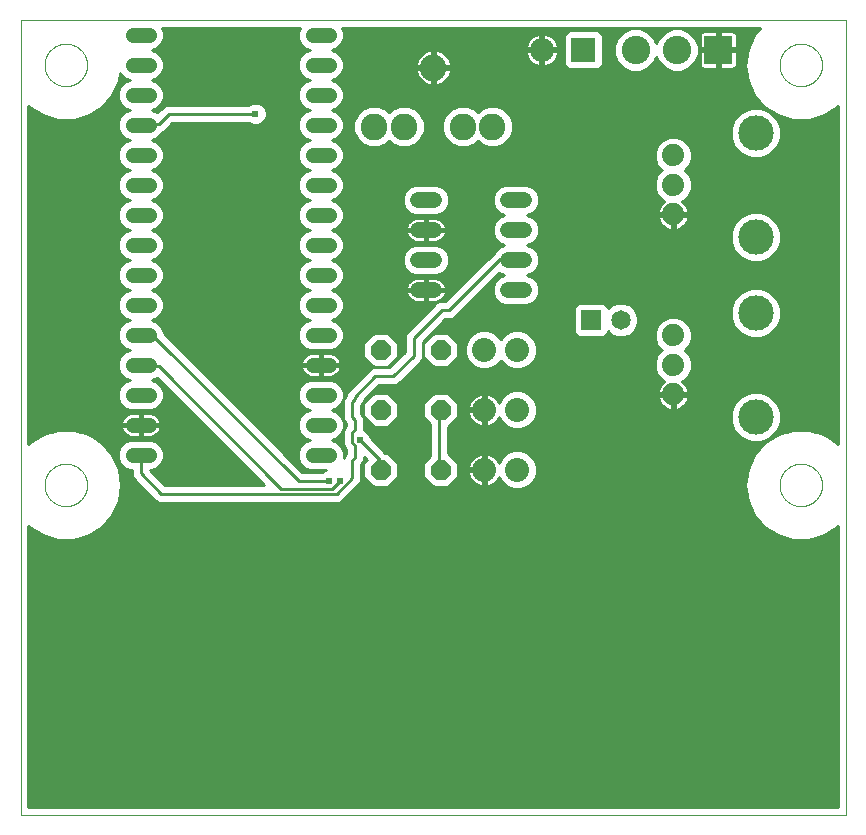
<source format=gbl>
G75*
%MOIN*%
%OFA0B0*%
%FSLAX25Y25*%
%IPPOS*%
%LPD*%
%AMOC8*
5,1,8,0,0,1.08239X$1,22.5*
%
%ADD10C,0.00100*%
%ADD11C,0.00110*%
%ADD12OC8,0.06600*%
%ADD13C,0.08900*%
%ADD14C,0.07400*%
%ADD15C,0.11811*%
%ADD16C,0.08000*%
%ADD17C,0.00000*%
%ADD18C,0.05200*%
%ADD19R,0.06500X0.06500*%
%ADD20C,0.06500*%
%ADD21C,0.05150*%
%ADD22R,0.08000X0.08000*%
%ADD23R,0.09500X0.09500*%
%ADD24C,0.09500*%
%ADD25C,0.01000*%
%ADD26C,0.02400*%
D10*
X0007667Y0001500D02*
X0282667Y0001500D01*
X0282667Y0266500D01*
X0007667Y0266500D01*
D11*
X0007667Y0001500D01*
D12*
X0127667Y0116500D03*
X0147667Y0116500D03*
X0147667Y0136500D03*
X0127667Y0136500D03*
X0127667Y0156500D03*
X0147667Y0156500D03*
D13*
X0155009Y0230949D03*
X0164852Y0230949D03*
X0145167Y0250634D03*
X0135324Y0230949D03*
X0125482Y0230949D03*
D14*
X0225108Y0221343D03*
X0225108Y0211500D03*
X0225108Y0201657D03*
X0225108Y0161343D03*
X0225108Y0151500D03*
X0225108Y0141657D03*
D15*
X0252667Y0134177D03*
X0252667Y0168823D03*
X0252667Y0194177D03*
X0252667Y0228823D03*
D16*
X0181387Y0256500D03*
X0173167Y0156500D03*
X0162167Y0156500D03*
X0162167Y0136500D03*
X0173167Y0136500D03*
X0173167Y0116500D03*
X0162167Y0116500D03*
D17*
X0260580Y0111500D02*
X0260582Y0111674D01*
X0260589Y0111848D01*
X0260599Y0112021D01*
X0260614Y0112195D01*
X0260633Y0112368D01*
X0260657Y0112540D01*
X0260684Y0112712D01*
X0260716Y0112883D01*
X0260752Y0113053D01*
X0260792Y0113222D01*
X0260837Y0113390D01*
X0260885Y0113557D01*
X0260938Y0113723D01*
X0260994Y0113888D01*
X0261055Y0114051D01*
X0261119Y0114212D01*
X0261188Y0114372D01*
X0261260Y0114530D01*
X0261337Y0114686D01*
X0261417Y0114841D01*
X0261501Y0114993D01*
X0261588Y0115143D01*
X0261680Y0115292D01*
X0261774Y0115437D01*
X0261873Y0115581D01*
X0261975Y0115722D01*
X0262080Y0115860D01*
X0262189Y0115996D01*
X0262301Y0116129D01*
X0262416Y0116259D01*
X0262534Y0116387D01*
X0262656Y0116511D01*
X0262780Y0116633D01*
X0262908Y0116751D01*
X0263038Y0116866D01*
X0263171Y0116978D01*
X0263307Y0117087D01*
X0263445Y0117192D01*
X0263586Y0117294D01*
X0263730Y0117393D01*
X0263875Y0117487D01*
X0264024Y0117579D01*
X0264174Y0117666D01*
X0264326Y0117750D01*
X0264481Y0117830D01*
X0264637Y0117907D01*
X0264795Y0117979D01*
X0264955Y0118048D01*
X0265116Y0118112D01*
X0265279Y0118173D01*
X0265444Y0118229D01*
X0265610Y0118282D01*
X0265777Y0118330D01*
X0265945Y0118375D01*
X0266114Y0118415D01*
X0266284Y0118451D01*
X0266455Y0118483D01*
X0266627Y0118510D01*
X0266799Y0118534D01*
X0266972Y0118553D01*
X0267146Y0118568D01*
X0267319Y0118578D01*
X0267493Y0118585D01*
X0267667Y0118587D01*
X0267841Y0118585D01*
X0268015Y0118578D01*
X0268188Y0118568D01*
X0268362Y0118553D01*
X0268535Y0118534D01*
X0268707Y0118510D01*
X0268879Y0118483D01*
X0269050Y0118451D01*
X0269220Y0118415D01*
X0269389Y0118375D01*
X0269557Y0118330D01*
X0269724Y0118282D01*
X0269890Y0118229D01*
X0270055Y0118173D01*
X0270218Y0118112D01*
X0270379Y0118048D01*
X0270539Y0117979D01*
X0270697Y0117907D01*
X0270853Y0117830D01*
X0271008Y0117750D01*
X0271160Y0117666D01*
X0271310Y0117579D01*
X0271459Y0117487D01*
X0271604Y0117393D01*
X0271748Y0117294D01*
X0271889Y0117192D01*
X0272027Y0117087D01*
X0272163Y0116978D01*
X0272296Y0116866D01*
X0272426Y0116751D01*
X0272554Y0116633D01*
X0272678Y0116511D01*
X0272800Y0116387D01*
X0272918Y0116259D01*
X0273033Y0116129D01*
X0273145Y0115996D01*
X0273254Y0115860D01*
X0273359Y0115722D01*
X0273461Y0115581D01*
X0273560Y0115437D01*
X0273654Y0115292D01*
X0273746Y0115143D01*
X0273833Y0114993D01*
X0273917Y0114841D01*
X0273997Y0114686D01*
X0274074Y0114530D01*
X0274146Y0114372D01*
X0274215Y0114212D01*
X0274279Y0114051D01*
X0274340Y0113888D01*
X0274396Y0113723D01*
X0274449Y0113557D01*
X0274497Y0113390D01*
X0274542Y0113222D01*
X0274582Y0113053D01*
X0274618Y0112883D01*
X0274650Y0112712D01*
X0274677Y0112540D01*
X0274701Y0112368D01*
X0274720Y0112195D01*
X0274735Y0112021D01*
X0274745Y0111848D01*
X0274752Y0111674D01*
X0274754Y0111500D01*
X0274752Y0111326D01*
X0274745Y0111152D01*
X0274735Y0110979D01*
X0274720Y0110805D01*
X0274701Y0110632D01*
X0274677Y0110460D01*
X0274650Y0110288D01*
X0274618Y0110117D01*
X0274582Y0109947D01*
X0274542Y0109778D01*
X0274497Y0109610D01*
X0274449Y0109443D01*
X0274396Y0109277D01*
X0274340Y0109112D01*
X0274279Y0108949D01*
X0274215Y0108788D01*
X0274146Y0108628D01*
X0274074Y0108470D01*
X0273997Y0108314D01*
X0273917Y0108159D01*
X0273833Y0108007D01*
X0273746Y0107857D01*
X0273654Y0107708D01*
X0273560Y0107563D01*
X0273461Y0107419D01*
X0273359Y0107278D01*
X0273254Y0107140D01*
X0273145Y0107004D01*
X0273033Y0106871D01*
X0272918Y0106741D01*
X0272800Y0106613D01*
X0272678Y0106489D01*
X0272554Y0106367D01*
X0272426Y0106249D01*
X0272296Y0106134D01*
X0272163Y0106022D01*
X0272027Y0105913D01*
X0271889Y0105808D01*
X0271748Y0105706D01*
X0271604Y0105607D01*
X0271459Y0105513D01*
X0271310Y0105421D01*
X0271160Y0105334D01*
X0271008Y0105250D01*
X0270853Y0105170D01*
X0270697Y0105093D01*
X0270539Y0105021D01*
X0270379Y0104952D01*
X0270218Y0104888D01*
X0270055Y0104827D01*
X0269890Y0104771D01*
X0269724Y0104718D01*
X0269557Y0104670D01*
X0269389Y0104625D01*
X0269220Y0104585D01*
X0269050Y0104549D01*
X0268879Y0104517D01*
X0268707Y0104490D01*
X0268535Y0104466D01*
X0268362Y0104447D01*
X0268188Y0104432D01*
X0268015Y0104422D01*
X0267841Y0104415D01*
X0267667Y0104413D01*
X0267493Y0104415D01*
X0267319Y0104422D01*
X0267146Y0104432D01*
X0266972Y0104447D01*
X0266799Y0104466D01*
X0266627Y0104490D01*
X0266455Y0104517D01*
X0266284Y0104549D01*
X0266114Y0104585D01*
X0265945Y0104625D01*
X0265777Y0104670D01*
X0265610Y0104718D01*
X0265444Y0104771D01*
X0265279Y0104827D01*
X0265116Y0104888D01*
X0264955Y0104952D01*
X0264795Y0105021D01*
X0264637Y0105093D01*
X0264481Y0105170D01*
X0264326Y0105250D01*
X0264174Y0105334D01*
X0264024Y0105421D01*
X0263875Y0105513D01*
X0263730Y0105607D01*
X0263586Y0105706D01*
X0263445Y0105808D01*
X0263307Y0105913D01*
X0263171Y0106022D01*
X0263038Y0106134D01*
X0262908Y0106249D01*
X0262780Y0106367D01*
X0262656Y0106489D01*
X0262534Y0106613D01*
X0262416Y0106741D01*
X0262301Y0106871D01*
X0262189Y0107004D01*
X0262080Y0107140D01*
X0261975Y0107278D01*
X0261873Y0107419D01*
X0261774Y0107563D01*
X0261680Y0107708D01*
X0261588Y0107857D01*
X0261501Y0108007D01*
X0261417Y0108159D01*
X0261337Y0108314D01*
X0261260Y0108470D01*
X0261188Y0108628D01*
X0261119Y0108788D01*
X0261055Y0108949D01*
X0260994Y0109112D01*
X0260938Y0109277D01*
X0260885Y0109443D01*
X0260837Y0109610D01*
X0260792Y0109778D01*
X0260752Y0109947D01*
X0260716Y0110117D01*
X0260684Y0110288D01*
X0260657Y0110460D01*
X0260633Y0110632D01*
X0260614Y0110805D01*
X0260599Y0110979D01*
X0260589Y0111152D01*
X0260582Y0111326D01*
X0260580Y0111500D01*
X0260580Y0251500D02*
X0260582Y0251674D01*
X0260589Y0251848D01*
X0260599Y0252021D01*
X0260614Y0252195D01*
X0260633Y0252368D01*
X0260657Y0252540D01*
X0260684Y0252712D01*
X0260716Y0252883D01*
X0260752Y0253053D01*
X0260792Y0253222D01*
X0260837Y0253390D01*
X0260885Y0253557D01*
X0260938Y0253723D01*
X0260994Y0253888D01*
X0261055Y0254051D01*
X0261119Y0254212D01*
X0261188Y0254372D01*
X0261260Y0254530D01*
X0261337Y0254686D01*
X0261417Y0254841D01*
X0261501Y0254993D01*
X0261588Y0255143D01*
X0261680Y0255292D01*
X0261774Y0255437D01*
X0261873Y0255581D01*
X0261975Y0255722D01*
X0262080Y0255860D01*
X0262189Y0255996D01*
X0262301Y0256129D01*
X0262416Y0256259D01*
X0262534Y0256387D01*
X0262656Y0256511D01*
X0262780Y0256633D01*
X0262908Y0256751D01*
X0263038Y0256866D01*
X0263171Y0256978D01*
X0263307Y0257087D01*
X0263445Y0257192D01*
X0263586Y0257294D01*
X0263730Y0257393D01*
X0263875Y0257487D01*
X0264024Y0257579D01*
X0264174Y0257666D01*
X0264326Y0257750D01*
X0264481Y0257830D01*
X0264637Y0257907D01*
X0264795Y0257979D01*
X0264955Y0258048D01*
X0265116Y0258112D01*
X0265279Y0258173D01*
X0265444Y0258229D01*
X0265610Y0258282D01*
X0265777Y0258330D01*
X0265945Y0258375D01*
X0266114Y0258415D01*
X0266284Y0258451D01*
X0266455Y0258483D01*
X0266627Y0258510D01*
X0266799Y0258534D01*
X0266972Y0258553D01*
X0267146Y0258568D01*
X0267319Y0258578D01*
X0267493Y0258585D01*
X0267667Y0258587D01*
X0267841Y0258585D01*
X0268015Y0258578D01*
X0268188Y0258568D01*
X0268362Y0258553D01*
X0268535Y0258534D01*
X0268707Y0258510D01*
X0268879Y0258483D01*
X0269050Y0258451D01*
X0269220Y0258415D01*
X0269389Y0258375D01*
X0269557Y0258330D01*
X0269724Y0258282D01*
X0269890Y0258229D01*
X0270055Y0258173D01*
X0270218Y0258112D01*
X0270379Y0258048D01*
X0270539Y0257979D01*
X0270697Y0257907D01*
X0270853Y0257830D01*
X0271008Y0257750D01*
X0271160Y0257666D01*
X0271310Y0257579D01*
X0271459Y0257487D01*
X0271604Y0257393D01*
X0271748Y0257294D01*
X0271889Y0257192D01*
X0272027Y0257087D01*
X0272163Y0256978D01*
X0272296Y0256866D01*
X0272426Y0256751D01*
X0272554Y0256633D01*
X0272678Y0256511D01*
X0272800Y0256387D01*
X0272918Y0256259D01*
X0273033Y0256129D01*
X0273145Y0255996D01*
X0273254Y0255860D01*
X0273359Y0255722D01*
X0273461Y0255581D01*
X0273560Y0255437D01*
X0273654Y0255292D01*
X0273746Y0255143D01*
X0273833Y0254993D01*
X0273917Y0254841D01*
X0273997Y0254686D01*
X0274074Y0254530D01*
X0274146Y0254372D01*
X0274215Y0254212D01*
X0274279Y0254051D01*
X0274340Y0253888D01*
X0274396Y0253723D01*
X0274449Y0253557D01*
X0274497Y0253390D01*
X0274542Y0253222D01*
X0274582Y0253053D01*
X0274618Y0252883D01*
X0274650Y0252712D01*
X0274677Y0252540D01*
X0274701Y0252368D01*
X0274720Y0252195D01*
X0274735Y0252021D01*
X0274745Y0251848D01*
X0274752Y0251674D01*
X0274754Y0251500D01*
X0274752Y0251326D01*
X0274745Y0251152D01*
X0274735Y0250979D01*
X0274720Y0250805D01*
X0274701Y0250632D01*
X0274677Y0250460D01*
X0274650Y0250288D01*
X0274618Y0250117D01*
X0274582Y0249947D01*
X0274542Y0249778D01*
X0274497Y0249610D01*
X0274449Y0249443D01*
X0274396Y0249277D01*
X0274340Y0249112D01*
X0274279Y0248949D01*
X0274215Y0248788D01*
X0274146Y0248628D01*
X0274074Y0248470D01*
X0273997Y0248314D01*
X0273917Y0248159D01*
X0273833Y0248007D01*
X0273746Y0247857D01*
X0273654Y0247708D01*
X0273560Y0247563D01*
X0273461Y0247419D01*
X0273359Y0247278D01*
X0273254Y0247140D01*
X0273145Y0247004D01*
X0273033Y0246871D01*
X0272918Y0246741D01*
X0272800Y0246613D01*
X0272678Y0246489D01*
X0272554Y0246367D01*
X0272426Y0246249D01*
X0272296Y0246134D01*
X0272163Y0246022D01*
X0272027Y0245913D01*
X0271889Y0245808D01*
X0271748Y0245706D01*
X0271604Y0245607D01*
X0271459Y0245513D01*
X0271310Y0245421D01*
X0271160Y0245334D01*
X0271008Y0245250D01*
X0270853Y0245170D01*
X0270697Y0245093D01*
X0270539Y0245021D01*
X0270379Y0244952D01*
X0270218Y0244888D01*
X0270055Y0244827D01*
X0269890Y0244771D01*
X0269724Y0244718D01*
X0269557Y0244670D01*
X0269389Y0244625D01*
X0269220Y0244585D01*
X0269050Y0244549D01*
X0268879Y0244517D01*
X0268707Y0244490D01*
X0268535Y0244466D01*
X0268362Y0244447D01*
X0268188Y0244432D01*
X0268015Y0244422D01*
X0267841Y0244415D01*
X0267667Y0244413D01*
X0267493Y0244415D01*
X0267319Y0244422D01*
X0267146Y0244432D01*
X0266972Y0244447D01*
X0266799Y0244466D01*
X0266627Y0244490D01*
X0266455Y0244517D01*
X0266284Y0244549D01*
X0266114Y0244585D01*
X0265945Y0244625D01*
X0265777Y0244670D01*
X0265610Y0244718D01*
X0265444Y0244771D01*
X0265279Y0244827D01*
X0265116Y0244888D01*
X0264955Y0244952D01*
X0264795Y0245021D01*
X0264637Y0245093D01*
X0264481Y0245170D01*
X0264326Y0245250D01*
X0264174Y0245334D01*
X0264024Y0245421D01*
X0263875Y0245513D01*
X0263730Y0245607D01*
X0263586Y0245706D01*
X0263445Y0245808D01*
X0263307Y0245913D01*
X0263171Y0246022D01*
X0263038Y0246134D01*
X0262908Y0246249D01*
X0262780Y0246367D01*
X0262656Y0246489D01*
X0262534Y0246613D01*
X0262416Y0246741D01*
X0262301Y0246871D01*
X0262189Y0247004D01*
X0262080Y0247140D01*
X0261975Y0247278D01*
X0261873Y0247419D01*
X0261774Y0247563D01*
X0261680Y0247708D01*
X0261588Y0247857D01*
X0261501Y0248007D01*
X0261417Y0248159D01*
X0261337Y0248314D01*
X0261260Y0248470D01*
X0261188Y0248628D01*
X0261119Y0248788D01*
X0261055Y0248949D01*
X0260994Y0249112D01*
X0260938Y0249277D01*
X0260885Y0249443D01*
X0260837Y0249610D01*
X0260792Y0249778D01*
X0260752Y0249947D01*
X0260716Y0250117D01*
X0260684Y0250288D01*
X0260657Y0250460D01*
X0260633Y0250632D01*
X0260614Y0250805D01*
X0260599Y0250979D01*
X0260589Y0251152D01*
X0260582Y0251326D01*
X0260580Y0251500D01*
X0015580Y0251500D02*
X0015582Y0251674D01*
X0015589Y0251848D01*
X0015599Y0252021D01*
X0015614Y0252195D01*
X0015633Y0252368D01*
X0015657Y0252540D01*
X0015684Y0252712D01*
X0015716Y0252883D01*
X0015752Y0253053D01*
X0015792Y0253222D01*
X0015837Y0253390D01*
X0015885Y0253557D01*
X0015938Y0253723D01*
X0015994Y0253888D01*
X0016055Y0254051D01*
X0016119Y0254212D01*
X0016188Y0254372D01*
X0016260Y0254530D01*
X0016337Y0254686D01*
X0016417Y0254841D01*
X0016501Y0254993D01*
X0016588Y0255143D01*
X0016680Y0255292D01*
X0016774Y0255437D01*
X0016873Y0255581D01*
X0016975Y0255722D01*
X0017080Y0255860D01*
X0017189Y0255996D01*
X0017301Y0256129D01*
X0017416Y0256259D01*
X0017534Y0256387D01*
X0017656Y0256511D01*
X0017780Y0256633D01*
X0017908Y0256751D01*
X0018038Y0256866D01*
X0018171Y0256978D01*
X0018307Y0257087D01*
X0018445Y0257192D01*
X0018586Y0257294D01*
X0018730Y0257393D01*
X0018875Y0257487D01*
X0019024Y0257579D01*
X0019174Y0257666D01*
X0019326Y0257750D01*
X0019481Y0257830D01*
X0019637Y0257907D01*
X0019795Y0257979D01*
X0019955Y0258048D01*
X0020116Y0258112D01*
X0020279Y0258173D01*
X0020444Y0258229D01*
X0020610Y0258282D01*
X0020777Y0258330D01*
X0020945Y0258375D01*
X0021114Y0258415D01*
X0021284Y0258451D01*
X0021455Y0258483D01*
X0021627Y0258510D01*
X0021799Y0258534D01*
X0021972Y0258553D01*
X0022146Y0258568D01*
X0022319Y0258578D01*
X0022493Y0258585D01*
X0022667Y0258587D01*
X0022841Y0258585D01*
X0023015Y0258578D01*
X0023188Y0258568D01*
X0023362Y0258553D01*
X0023535Y0258534D01*
X0023707Y0258510D01*
X0023879Y0258483D01*
X0024050Y0258451D01*
X0024220Y0258415D01*
X0024389Y0258375D01*
X0024557Y0258330D01*
X0024724Y0258282D01*
X0024890Y0258229D01*
X0025055Y0258173D01*
X0025218Y0258112D01*
X0025379Y0258048D01*
X0025539Y0257979D01*
X0025697Y0257907D01*
X0025853Y0257830D01*
X0026008Y0257750D01*
X0026160Y0257666D01*
X0026310Y0257579D01*
X0026459Y0257487D01*
X0026604Y0257393D01*
X0026748Y0257294D01*
X0026889Y0257192D01*
X0027027Y0257087D01*
X0027163Y0256978D01*
X0027296Y0256866D01*
X0027426Y0256751D01*
X0027554Y0256633D01*
X0027678Y0256511D01*
X0027800Y0256387D01*
X0027918Y0256259D01*
X0028033Y0256129D01*
X0028145Y0255996D01*
X0028254Y0255860D01*
X0028359Y0255722D01*
X0028461Y0255581D01*
X0028560Y0255437D01*
X0028654Y0255292D01*
X0028746Y0255143D01*
X0028833Y0254993D01*
X0028917Y0254841D01*
X0028997Y0254686D01*
X0029074Y0254530D01*
X0029146Y0254372D01*
X0029215Y0254212D01*
X0029279Y0254051D01*
X0029340Y0253888D01*
X0029396Y0253723D01*
X0029449Y0253557D01*
X0029497Y0253390D01*
X0029542Y0253222D01*
X0029582Y0253053D01*
X0029618Y0252883D01*
X0029650Y0252712D01*
X0029677Y0252540D01*
X0029701Y0252368D01*
X0029720Y0252195D01*
X0029735Y0252021D01*
X0029745Y0251848D01*
X0029752Y0251674D01*
X0029754Y0251500D01*
X0029752Y0251326D01*
X0029745Y0251152D01*
X0029735Y0250979D01*
X0029720Y0250805D01*
X0029701Y0250632D01*
X0029677Y0250460D01*
X0029650Y0250288D01*
X0029618Y0250117D01*
X0029582Y0249947D01*
X0029542Y0249778D01*
X0029497Y0249610D01*
X0029449Y0249443D01*
X0029396Y0249277D01*
X0029340Y0249112D01*
X0029279Y0248949D01*
X0029215Y0248788D01*
X0029146Y0248628D01*
X0029074Y0248470D01*
X0028997Y0248314D01*
X0028917Y0248159D01*
X0028833Y0248007D01*
X0028746Y0247857D01*
X0028654Y0247708D01*
X0028560Y0247563D01*
X0028461Y0247419D01*
X0028359Y0247278D01*
X0028254Y0247140D01*
X0028145Y0247004D01*
X0028033Y0246871D01*
X0027918Y0246741D01*
X0027800Y0246613D01*
X0027678Y0246489D01*
X0027554Y0246367D01*
X0027426Y0246249D01*
X0027296Y0246134D01*
X0027163Y0246022D01*
X0027027Y0245913D01*
X0026889Y0245808D01*
X0026748Y0245706D01*
X0026604Y0245607D01*
X0026459Y0245513D01*
X0026310Y0245421D01*
X0026160Y0245334D01*
X0026008Y0245250D01*
X0025853Y0245170D01*
X0025697Y0245093D01*
X0025539Y0245021D01*
X0025379Y0244952D01*
X0025218Y0244888D01*
X0025055Y0244827D01*
X0024890Y0244771D01*
X0024724Y0244718D01*
X0024557Y0244670D01*
X0024389Y0244625D01*
X0024220Y0244585D01*
X0024050Y0244549D01*
X0023879Y0244517D01*
X0023707Y0244490D01*
X0023535Y0244466D01*
X0023362Y0244447D01*
X0023188Y0244432D01*
X0023015Y0244422D01*
X0022841Y0244415D01*
X0022667Y0244413D01*
X0022493Y0244415D01*
X0022319Y0244422D01*
X0022146Y0244432D01*
X0021972Y0244447D01*
X0021799Y0244466D01*
X0021627Y0244490D01*
X0021455Y0244517D01*
X0021284Y0244549D01*
X0021114Y0244585D01*
X0020945Y0244625D01*
X0020777Y0244670D01*
X0020610Y0244718D01*
X0020444Y0244771D01*
X0020279Y0244827D01*
X0020116Y0244888D01*
X0019955Y0244952D01*
X0019795Y0245021D01*
X0019637Y0245093D01*
X0019481Y0245170D01*
X0019326Y0245250D01*
X0019174Y0245334D01*
X0019024Y0245421D01*
X0018875Y0245513D01*
X0018730Y0245607D01*
X0018586Y0245706D01*
X0018445Y0245808D01*
X0018307Y0245913D01*
X0018171Y0246022D01*
X0018038Y0246134D01*
X0017908Y0246249D01*
X0017780Y0246367D01*
X0017656Y0246489D01*
X0017534Y0246613D01*
X0017416Y0246741D01*
X0017301Y0246871D01*
X0017189Y0247004D01*
X0017080Y0247140D01*
X0016975Y0247278D01*
X0016873Y0247419D01*
X0016774Y0247563D01*
X0016680Y0247708D01*
X0016588Y0247857D01*
X0016501Y0248007D01*
X0016417Y0248159D01*
X0016337Y0248314D01*
X0016260Y0248470D01*
X0016188Y0248628D01*
X0016119Y0248788D01*
X0016055Y0248949D01*
X0015994Y0249112D01*
X0015938Y0249277D01*
X0015885Y0249443D01*
X0015837Y0249610D01*
X0015792Y0249778D01*
X0015752Y0249947D01*
X0015716Y0250117D01*
X0015684Y0250288D01*
X0015657Y0250460D01*
X0015633Y0250632D01*
X0015614Y0250805D01*
X0015599Y0250979D01*
X0015589Y0251152D01*
X0015582Y0251326D01*
X0015580Y0251500D01*
X0015580Y0111500D02*
X0015582Y0111674D01*
X0015589Y0111848D01*
X0015599Y0112021D01*
X0015614Y0112195D01*
X0015633Y0112368D01*
X0015657Y0112540D01*
X0015684Y0112712D01*
X0015716Y0112883D01*
X0015752Y0113053D01*
X0015792Y0113222D01*
X0015837Y0113390D01*
X0015885Y0113557D01*
X0015938Y0113723D01*
X0015994Y0113888D01*
X0016055Y0114051D01*
X0016119Y0114212D01*
X0016188Y0114372D01*
X0016260Y0114530D01*
X0016337Y0114686D01*
X0016417Y0114841D01*
X0016501Y0114993D01*
X0016588Y0115143D01*
X0016680Y0115292D01*
X0016774Y0115437D01*
X0016873Y0115581D01*
X0016975Y0115722D01*
X0017080Y0115860D01*
X0017189Y0115996D01*
X0017301Y0116129D01*
X0017416Y0116259D01*
X0017534Y0116387D01*
X0017656Y0116511D01*
X0017780Y0116633D01*
X0017908Y0116751D01*
X0018038Y0116866D01*
X0018171Y0116978D01*
X0018307Y0117087D01*
X0018445Y0117192D01*
X0018586Y0117294D01*
X0018730Y0117393D01*
X0018875Y0117487D01*
X0019024Y0117579D01*
X0019174Y0117666D01*
X0019326Y0117750D01*
X0019481Y0117830D01*
X0019637Y0117907D01*
X0019795Y0117979D01*
X0019955Y0118048D01*
X0020116Y0118112D01*
X0020279Y0118173D01*
X0020444Y0118229D01*
X0020610Y0118282D01*
X0020777Y0118330D01*
X0020945Y0118375D01*
X0021114Y0118415D01*
X0021284Y0118451D01*
X0021455Y0118483D01*
X0021627Y0118510D01*
X0021799Y0118534D01*
X0021972Y0118553D01*
X0022146Y0118568D01*
X0022319Y0118578D01*
X0022493Y0118585D01*
X0022667Y0118587D01*
X0022841Y0118585D01*
X0023015Y0118578D01*
X0023188Y0118568D01*
X0023362Y0118553D01*
X0023535Y0118534D01*
X0023707Y0118510D01*
X0023879Y0118483D01*
X0024050Y0118451D01*
X0024220Y0118415D01*
X0024389Y0118375D01*
X0024557Y0118330D01*
X0024724Y0118282D01*
X0024890Y0118229D01*
X0025055Y0118173D01*
X0025218Y0118112D01*
X0025379Y0118048D01*
X0025539Y0117979D01*
X0025697Y0117907D01*
X0025853Y0117830D01*
X0026008Y0117750D01*
X0026160Y0117666D01*
X0026310Y0117579D01*
X0026459Y0117487D01*
X0026604Y0117393D01*
X0026748Y0117294D01*
X0026889Y0117192D01*
X0027027Y0117087D01*
X0027163Y0116978D01*
X0027296Y0116866D01*
X0027426Y0116751D01*
X0027554Y0116633D01*
X0027678Y0116511D01*
X0027800Y0116387D01*
X0027918Y0116259D01*
X0028033Y0116129D01*
X0028145Y0115996D01*
X0028254Y0115860D01*
X0028359Y0115722D01*
X0028461Y0115581D01*
X0028560Y0115437D01*
X0028654Y0115292D01*
X0028746Y0115143D01*
X0028833Y0114993D01*
X0028917Y0114841D01*
X0028997Y0114686D01*
X0029074Y0114530D01*
X0029146Y0114372D01*
X0029215Y0114212D01*
X0029279Y0114051D01*
X0029340Y0113888D01*
X0029396Y0113723D01*
X0029449Y0113557D01*
X0029497Y0113390D01*
X0029542Y0113222D01*
X0029582Y0113053D01*
X0029618Y0112883D01*
X0029650Y0112712D01*
X0029677Y0112540D01*
X0029701Y0112368D01*
X0029720Y0112195D01*
X0029735Y0112021D01*
X0029745Y0111848D01*
X0029752Y0111674D01*
X0029754Y0111500D01*
X0029752Y0111326D01*
X0029745Y0111152D01*
X0029735Y0110979D01*
X0029720Y0110805D01*
X0029701Y0110632D01*
X0029677Y0110460D01*
X0029650Y0110288D01*
X0029618Y0110117D01*
X0029582Y0109947D01*
X0029542Y0109778D01*
X0029497Y0109610D01*
X0029449Y0109443D01*
X0029396Y0109277D01*
X0029340Y0109112D01*
X0029279Y0108949D01*
X0029215Y0108788D01*
X0029146Y0108628D01*
X0029074Y0108470D01*
X0028997Y0108314D01*
X0028917Y0108159D01*
X0028833Y0108007D01*
X0028746Y0107857D01*
X0028654Y0107708D01*
X0028560Y0107563D01*
X0028461Y0107419D01*
X0028359Y0107278D01*
X0028254Y0107140D01*
X0028145Y0107004D01*
X0028033Y0106871D01*
X0027918Y0106741D01*
X0027800Y0106613D01*
X0027678Y0106489D01*
X0027554Y0106367D01*
X0027426Y0106249D01*
X0027296Y0106134D01*
X0027163Y0106022D01*
X0027027Y0105913D01*
X0026889Y0105808D01*
X0026748Y0105706D01*
X0026604Y0105607D01*
X0026459Y0105513D01*
X0026310Y0105421D01*
X0026160Y0105334D01*
X0026008Y0105250D01*
X0025853Y0105170D01*
X0025697Y0105093D01*
X0025539Y0105021D01*
X0025379Y0104952D01*
X0025218Y0104888D01*
X0025055Y0104827D01*
X0024890Y0104771D01*
X0024724Y0104718D01*
X0024557Y0104670D01*
X0024389Y0104625D01*
X0024220Y0104585D01*
X0024050Y0104549D01*
X0023879Y0104517D01*
X0023707Y0104490D01*
X0023535Y0104466D01*
X0023362Y0104447D01*
X0023188Y0104432D01*
X0023015Y0104422D01*
X0022841Y0104415D01*
X0022667Y0104413D01*
X0022493Y0104415D01*
X0022319Y0104422D01*
X0022146Y0104432D01*
X0021972Y0104447D01*
X0021799Y0104466D01*
X0021627Y0104490D01*
X0021455Y0104517D01*
X0021284Y0104549D01*
X0021114Y0104585D01*
X0020945Y0104625D01*
X0020777Y0104670D01*
X0020610Y0104718D01*
X0020444Y0104771D01*
X0020279Y0104827D01*
X0020116Y0104888D01*
X0019955Y0104952D01*
X0019795Y0105021D01*
X0019637Y0105093D01*
X0019481Y0105170D01*
X0019326Y0105250D01*
X0019174Y0105334D01*
X0019024Y0105421D01*
X0018875Y0105513D01*
X0018730Y0105607D01*
X0018586Y0105706D01*
X0018445Y0105808D01*
X0018307Y0105913D01*
X0018171Y0106022D01*
X0018038Y0106134D01*
X0017908Y0106249D01*
X0017780Y0106367D01*
X0017656Y0106489D01*
X0017534Y0106613D01*
X0017416Y0106741D01*
X0017301Y0106871D01*
X0017189Y0107004D01*
X0017080Y0107140D01*
X0016975Y0107278D01*
X0016873Y0107419D01*
X0016774Y0107563D01*
X0016680Y0107708D01*
X0016588Y0107857D01*
X0016501Y0108007D01*
X0016417Y0108159D01*
X0016337Y0108314D01*
X0016260Y0108470D01*
X0016188Y0108628D01*
X0016119Y0108788D01*
X0016055Y0108949D01*
X0015994Y0109112D01*
X0015938Y0109277D01*
X0015885Y0109443D01*
X0015837Y0109610D01*
X0015792Y0109778D01*
X0015752Y0109947D01*
X0015716Y0110117D01*
X0015684Y0110288D01*
X0015657Y0110460D01*
X0015633Y0110632D01*
X0015614Y0110805D01*
X0015599Y0110979D01*
X0015589Y0111152D01*
X0015582Y0111326D01*
X0015580Y0111500D01*
D18*
X0140067Y0176500D02*
X0145267Y0176500D01*
X0145267Y0186500D02*
X0140067Y0186500D01*
X0140067Y0196500D02*
X0145267Y0196500D01*
X0145267Y0206500D02*
X0140067Y0206500D01*
X0170067Y0206500D02*
X0175267Y0206500D01*
X0175267Y0196500D02*
X0170067Y0196500D01*
X0170067Y0186500D02*
X0175267Y0186500D01*
X0175267Y0176500D02*
X0170067Y0176500D01*
D19*
X0197667Y0166500D03*
D20*
X0207667Y0166500D03*
D21*
X0110241Y0161500D02*
X0105092Y0161500D01*
X0105092Y0171500D02*
X0110241Y0171500D01*
X0110241Y0181500D02*
X0105092Y0181500D01*
X0105092Y0191500D02*
X0110241Y0191500D01*
X0110241Y0201500D02*
X0105092Y0201500D01*
X0105092Y0211500D02*
X0110241Y0211500D01*
X0110241Y0221500D02*
X0105092Y0221500D01*
X0105092Y0231500D02*
X0110241Y0231500D01*
X0110241Y0241500D02*
X0105092Y0241500D01*
X0105092Y0251500D02*
X0110241Y0251500D01*
X0110241Y0261500D02*
X0105092Y0261500D01*
X0050241Y0261500D02*
X0045092Y0261500D01*
X0045092Y0251500D02*
X0050241Y0251500D01*
X0050241Y0241500D02*
X0045092Y0241500D01*
X0045092Y0231500D02*
X0050241Y0231500D01*
X0050241Y0221500D02*
X0045092Y0221500D01*
X0045092Y0211500D02*
X0050241Y0211500D01*
X0050241Y0201500D02*
X0045092Y0201500D01*
X0045092Y0191500D02*
X0050241Y0191500D01*
X0050241Y0181500D02*
X0045092Y0181500D01*
X0045092Y0171500D02*
X0050241Y0171500D01*
X0050241Y0161500D02*
X0045092Y0161500D01*
X0045092Y0151500D02*
X0050241Y0151500D01*
X0050241Y0141500D02*
X0045092Y0141500D01*
X0045092Y0131500D02*
X0050241Y0131500D01*
X0050241Y0121500D02*
X0045092Y0121500D01*
X0105092Y0121500D02*
X0110241Y0121500D01*
X0110241Y0131500D02*
X0105092Y0131500D01*
X0105092Y0141500D02*
X0110241Y0141500D01*
X0110241Y0151500D02*
X0105092Y0151500D01*
D22*
X0195167Y0256500D03*
D23*
X0240167Y0256500D03*
D24*
X0226387Y0256500D03*
X0212608Y0256500D03*
D25*
X0219371Y0259116D02*
X0219623Y0259116D01*
X0219497Y0258812D02*
X0218754Y0260607D01*
X0216714Y0262646D01*
X0214050Y0263750D01*
X0211165Y0263750D01*
X0208501Y0262646D01*
X0206461Y0260607D01*
X0205358Y0257942D01*
X0205358Y0255058D01*
X0206461Y0252393D01*
X0208501Y0250354D01*
X0211165Y0249250D01*
X0214050Y0249250D01*
X0216714Y0250354D01*
X0218754Y0252393D01*
X0219497Y0254188D01*
X0220241Y0252393D01*
X0222280Y0250354D01*
X0224945Y0249250D01*
X0227829Y0249250D01*
X0230494Y0250354D01*
X0232533Y0252393D01*
X0233637Y0255058D01*
X0233637Y0257942D01*
X0232533Y0260607D01*
X0230494Y0262646D01*
X0227829Y0263750D01*
X0224945Y0263750D01*
X0222280Y0262646D01*
X0220241Y0260607D01*
X0219497Y0258812D01*
X0218958Y0260114D02*
X0220037Y0260114D01*
X0220747Y0261113D02*
X0218248Y0261113D01*
X0217249Y0262111D02*
X0221746Y0262111D01*
X0223400Y0263110D02*
X0215595Y0263110D01*
X0209620Y0263110D02*
X0115068Y0263110D01*
X0115316Y0262509D02*
X0114720Y0263950D01*
X0254225Y0263950D01*
X0252103Y0261502D01*
X0249916Y0256712D01*
X0249167Y0251500D01*
X0249916Y0246288D01*
X0249916Y0246288D01*
X0252103Y0241498D01*
X0255552Y0237519D01*
X0259981Y0234672D01*
X0259981Y0234672D01*
X0265034Y0233188D01*
X0270299Y0233188D01*
X0275352Y0234672D01*
X0279782Y0237519D01*
X0280117Y0237905D01*
X0280117Y0125095D01*
X0279782Y0125481D01*
X0279782Y0125481D01*
X0275352Y0128328D01*
X0275352Y0128328D01*
X0270299Y0129812D01*
X0265034Y0129812D01*
X0259981Y0128328D01*
X0255552Y0125481D01*
X0252103Y0121502D01*
X0249916Y0116712D01*
X0249167Y0111500D01*
X0249916Y0106288D01*
X0249916Y0106288D01*
X0252103Y0101498D01*
X0255552Y0097519D01*
X0259981Y0094672D01*
X0259981Y0094672D01*
X0265034Y0093188D01*
X0270299Y0093188D01*
X0275352Y0094672D01*
X0279782Y0097519D01*
X0280117Y0097905D01*
X0280117Y0004050D01*
X0010222Y0004050D01*
X0010222Y0097900D01*
X0010552Y0097519D01*
X0014981Y0094672D01*
X0014981Y0094672D01*
X0020034Y0093188D01*
X0025299Y0093188D01*
X0030352Y0094672D01*
X0034782Y0097519D01*
X0038230Y0101498D01*
X0038230Y0101498D01*
X0040417Y0106288D01*
X0041167Y0111500D01*
X0040417Y0116712D01*
X0038230Y0121502D01*
X0034782Y0125481D01*
X0034782Y0125481D01*
X0030352Y0128328D01*
X0030352Y0128328D01*
X0025299Y0129812D01*
X0020034Y0129812D01*
X0014981Y0128328D01*
X0010552Y0125481D01*
X0010222Y0125100D01*
X0010222Y0237900D01*
X0010552Y0237519D01*
X0014981Y0234672D01*
X0014981Y0234672D01*
X0020034Y0233188D01*
X0025299Y0233188D01*
X0030352Y0234672D01*
X0034782Y0237519D01*
X0038230Y0241498D01*
X0038230Y0241498D01*
X0040417Y0246288D01*
X0040763Y0248690D01*
X0040790Y0248625D01*
X0042217Y0247198D01*
X0043902Y0246500D01*
X0042217Y0245802D01*
X0040790Y0244375D01*
X0040017Y0242509D01*
X0040017Y0240491D01*
X0040790Y0238625D01*
X0042217Y0237198D01*
X0043902Y0236500D01*
X0042217Y0235802D01*
X0040790Y0234375D01*
X0040017Y0232509D01*
X0040017Y0230491D01*
X0040790Y0228625D01*
X0042217Y0227198D01*
X0043902Y0226500D01*
X0042217Y0225802D01*
X0040790Y0224375D01*
X0040017Y0222509D01*
X0040017Y0220491D01*
X0040790Y0218625D01*
X0042217Y0217198D01*
X0043902Y0216500D01*
X0042217Y0215802D01*
X0040790Y0214375D01*
X0040017Y0212509D01*
X0040017Y0210491D01*
X0040790Y0208625D01*
X0042217Y0207198D01*
X0043902Y0206500D01*
X0042217Y0205802D01*
X0040790Y0204375D01*
X0040017Y0202509D01*
X0040017Y0200491D01*
X0040790Y0198625D01*
X0042217Y0197198D01*
X0043902Y0196500D01*
X0042217Y0195802D01*
X0040790Y0194375D01*
X0040017Y0192509D01*
X0040017Y0190491D01*
X0040790Y0188625D01*
X0042217Y0187198D01*
X0043902Y0186500D01*
X0042217Y0185802D01*
X0040790Y0184375D01*
X0040017Y0182509D01*
X0040017Y0180491D01*
X0040790Y0178625D01*
X0042217Y0177198D01*
X0043902Y0176500D01*
X0042217Y0175802D01*
X0040790Y0174375D01*
X0040017Y0172509D01*
X0040017Y0170491D01*
X0040790Y0168625D01*
X0042217Y0167198D01*
X0043902Y0166500D01*
X0042217Y0165802D01*
X0040790Y0164375D01*
X0040017Y0162509D01*
X0040017Y0160491D01*
X0040790Y0158625D01*
X0042217Y0157198D01*
X0043902Y0156500D01*
X0042217Y0155802D01*
X0040790Y0154375D01*
X0040017Y0152509D01*
X0040017Y0150491D01*
X0040790Y0148625D01*
X0042217Y0147198D01*
X0043902Y0146500D01*
X0042217Y0145802D01*
X0040790Y0144375D01*
X0040017Y0142509D01*
X0040017Y0140491D01*
X0040790Y0138625D01*
X0042217Y0137198D01*
X0044082Y0136425D01*
X0051251Y0136425D01*
X0053116Y0137198D01*
X0054544Y0138625D01*
X0055316Y0140491D01*
X0055316Y0142509D01*
X0054544Y0144375D01*
X0053116Y0145802D01*
X0051431Y0146500D01*
X0053116Y0147198D01*
X0053171Y0147253D01*
X0088824Y0111600D01*
X0055659Y0111600D01*
X0050834Y0116425D01*
X0051251Y0116425D01*
X0053116Y0117198D01*
X0054544Y0118625D01*
X0055316Y0120491D01*
X0055316Y0122509D01*
X0054544Y0124375D01*
X0053116Y0125802D01*
X0051251Y0126575D01*
X0044082Y0126575D01*
X0042217Y0125802D01*
X0040790Y0124375D01*
X0040017Y0122509D01*
X0040017Y0120491D01*
X0040790Y0118625D01*
X0042217Y0117198D01*
X0044082Y0116425D01*
X0044617Y0116425D01*
X0044617Y0114803D01*
X0045073Y0113701D01*
X0051873Y0106901D01*
X0052717Y0106057D01*
X0053820Y0105600D01*
X0113663Y0105600D01*
X0114766Y0106057D01*
X0119866Y0111157D01*
X0120710Y0112001D01*
X0121167Y0113103D01*
X0121167Y0118407D01*
X0121560Y0118801D01*
X0122017Y0119903D01*
X0122017Y0120907D01*
X0122944Y0119980D01*
X0121867Y0118902D01*
X0121867Y0114098D01*
X0125264Y0110700D01*
X0130069Y0110700D01*
X0133467Y0114098D01*
X0133467Y0118902D01*
X0130069Y0122300D01*
X0129109Y0122300D01*
X0124417Y0126993D01*
X0124417Y0127186D01*
X0123853Y0128546D01*
X0122813Y0129587D01*
X0122017Y0129916D01*
X0122017Y0133847D01*
X0121945Y0134019D01*
X0125264Y0130700D01*
X0130069Y0130700D01*
X0133467Y0134098D01*
X0133467Y0138902D01*
X0130069Y0142300D01*
X0125264Y0142300D01*
X0121867Y0138902D01*
X0121867Y0134209D01*
X0121560Y0134949D01*
X0121167Y0135343D01*
X0121167Y0137957D01*
X0121560Y0138351D01*
X0122017Y0139453D01*
X0122017Y0139657D01*
X0127059Y0144700D01*
X0132363Y0144700D01*
X0133466Y0145157D01*
X0140266Y0151957D01*
X0141110Y0152801D01*
X0141567Y0153903D01*
X0141567Y0159207D01*
X0149159Y0166800D01*
X0151063Y0166800D01*
X0152166Y0167257D01*
X0167132Y0182222D01*
X0167178Y0182176D01*
X0168811Y0181500D01*
X0167178Y0180824D01*
X0165743Y0179389D01*
X0164967Y0177514D01*
X0164967Y0175486D01*
X0165743Y0173611D01*
X0167178Y0172176D01*
X0169052Y0171400D01*
X0176281Y0171400D01*
X0178156Y0172176D01*
X0179590Y0173611D01*
X0180367Y0175486D01*
X0180367Y0177514D01*
X0179590Y0179389D01*
X0178156Y0180824D01*
X0176523Y0181500D01*
X0178156Y0182176D01*
X0179590Y0183611D01*
X0180367Y0185486D01*
X0180367Y0187514D01*
X0179590Y0189389D01*
X0178156Y0190824D01*
X0176523Y0191500D01*
X0178156Y0192176D01*
X0179590Y0193611D01*
X0180367Y0195486D01*
X0180367Y0197514D01*
X0179590Y0199389D01*
X0178156Y0200824D01*
X0176523Y0201500D01*
X0178156Y0202176D01*
X0179590Y0203611D01*
X0180367Y0205486D01*
X0180367Y0207514D01*
X0179590Y0209389D01*
X0178156Y0210824D01*
X0176281Y0211600D01*
X0169052Y0211600D01*
X0167178Y0210824D01*
X0165743Y0209389D01*
X0164967Y0207514D01*
X0164967Y0205486D01*
X0165743Y0203611D01*
X0167178Y0202176D01*
X0168811Y0201500D01*
X0167178Y0200824D01*
X0165743Y0199389D01*
X0164967Y0197514D01*
X0164967Y0195486D01*
X0165743Y0193611D01*
X0167178Y0192176D01*
X0168811Y0191500D01*
X0167178Y0190824D01*
X0165743Y0189389D01*
X0165694Y0189270D01*
X0164923Y0188499D01*
X0149224Y0172800D01*
X0147320Y0172800D01*
X0146217Y0172343D01*
X0145373Y0171499D01*
X0136023Y0162149D01*
X0135567Y0161047D01*
X0135567Y0155743D01*
X0130524Y0150700D01*
X0125220Y0150700D01*
X0124117Y0150243D01*
X0123273Y0149399D01*
X0116473Y0142599D01*
X0116017Y0141497D01*
X0116017Y0141293D01*
X0115623Y0140899D01*
X0115167Y0139797D01*
X0115167Y0133503D01*
X0115623Y0132401D01*
X0116017Y0132007D01*
X0116017Y0131093D01*
X0115623Y0130699D01*
X0115167Y0129597D01*
X0115167Y0125003D01*
X0115623Y0123901D01*
X0116017Y0123507D01*
X0116017Y0121743D01*
X0115623Y0121349D01*
X0115316Y0120608D01*
X0115316Y0122509D01*
X0114544Y0124375D01*
X0113116Y0125802D01*
X0111431Y0126500D01*
X0113116Y0127198D01*
X0114544Y0128625D01*
X0115316Y0130491D01*
X0115316Y0132509D01*
X0114544Y0134375D01*
X0113116Y0135802D01*
X0111431Y0136500D01*
X0113116Y0137198D01*
X0114544Y0138625D01*
X0115316Y0140491D01*
X0115316Y0142509D01*
X0114544Y0144375D01*
X0113116Y0145802D01*
X0111251Y0146575D01*
X0104082Y0146575D01*
X0102217Y0145802D01*
X0100790Y0144375D01*
X0100017Y0142509D01*
X0100017Y0140491D01*
X0100790Y0138625D01*
X0102217Y0137198D01*
X0103902Y0136500D01*
X0102217Y0135802D01*
X0100790Y0134375D01*
X0100017Y0132509D01*
X0100017Y0130491D01*
X0100790Y0128625D01*
X0102217Y0127198D01*
X0103902Y0126500D01*
X0102217Y0125802D01*
X0100790Y0124375D01*
X0100017Y0122509D01*
X0100017Y0120491D01*
X0100790Y0118625D01*
X0102217Y0117198D01*
X0104082Y0116425D01*
X0109479Y0116425D01*
X0108421Y0115987D01*
X0108284Y0115850D01*
X0101559Y0115850D01*
X0055316Y0162093D01*
X0055316Y0162509D01*
X0054544Y0164375D01*
X0053116Y0165802D01*
X0051431Y0166500D01*
X0053116Y0167198D01*
X0054544Y0168625D01*
X0055316Y0170491D01*
X0055316Y0172509D01*
X0054544Y0174375D01*
X0053116Y0175802D01*
X0051431Y0176500D01*
X0053116Y0177198D01*
X0054544Y0178625D01*
X0055316Y0180491D01*
X0055316Y0182509D01*
X0054544Y0184375D01*
X0053116Y0185802D01*
X0051431Y0186500D01*
X0053116Y0187198D01*
X0054544Y0188625D01*
X0055316Y0190491D01*
X0055316Y0192509D01*
X0054544Y0194375D01*
X0053116Y0195802D01*
X0051431Y0196500D01*
X0053116Y0197198D01*
X0054544Y0198625D01*
X0055316Y0200491D01*
X0055316Y0202509D01*
X0054544Y0204375D01*
X0053116Y0205802D01*
X0051431Y0206500D01*
X0053116Y0207198D01*
X0054544Y0208625D01*
X0055316Y0210491D01*
X0055316Y0212509D01*
X0054544Y0214375D01*
X0053116Y0215802D01*
X0051431Y0216500D01*
X0053116Y0217198D01*
X0054544Y0218625D01*
X0055316Y0220491D01*
X0055316Y0222509D01*
X0054544Y0224375D01*
X0053116Y0225802D01*
X0051431Y0226500D01*
X0053116Y0227198D01*
X0054544Y0228625D01*
X0054735Y0229087D01*
X0055266Y0229307D01*
X0058209Y0232250D01*
X0083634Y0232250D01*
X0083771Y0232113D01*
X0085131Y0231550D01*
X0086603Y0231550D01*
X0087963Y0232113D01*
X0089003Y0233154D01*
X0089567Y0234514D01*
X0089567Y0235986D01*
X0089003Y0237346D01*
X0087963Y0238387D01*
X0086603Y0238950D01*
X0085131Y0238950D01*
X0083771Y0238387D01*
X0083634Y0238250D01*
X0056370Y0238250D01*
X0055267Y0237793D01*
X0054423Y0236949D01*
X0053196Y0235722D01*
X0053116Y0235802D01*
X0051431Y0236500D01*
X0053116Y0237198D01*
X0054544Y0238625D01*
X0055316Y0240491D01*
X0055316Y0242509D01*
X0054544Y0244375D01*
X0053116Y0245802D01*
X0051431Y0246500D01*
X0053116Y0247198D01*
X0054544Y0248625D01*
X0055316Y0250491D01*
X0055316Y0252509D01*
X0054544Y0254375D01*
X0053116Y0255802D01*
X0051431Y0256500D01*
X0053116Y0257198D01*
X0054544Y0258625D01*
X0055316Y0260491D01*
X0055316Y0262509D01*
X0054720Y0263950D01*
X0100614Y0263950D01*
X0100017Y0262509D01*
X0100017Y0260491D01*
X0100790Y0258625D01*
X0102217Y0257198D01*
X0103902Y0256500D01*
X0102217Y0255802D01*
X0100790Y0254375D01*
X0100017Y0252509D01*
X0100017Y0250491D01*
X0100790Y0248625D01*
X0102217Y0247198D01*
X0103902Y0246500D01*
X0102217Y0245802D01*
X0100790Y0244375D01*
X0100017Y0242509D01*
X0100017Y0240491D01*
X0100790Y0238625D01*
X0102217Y0237198D01*
X0103902Y0236500D01*
X0102217Y0235802D01*
X0100790Y0234375D01*
X0100017Y0232509D01*
X0100017Y0230491D01*
X0100790Y0228625D01*
X0102217Y0227198D01*
X0103902Y0226500D01*
X0102217Y0225802D01*
X0100790Y0224375D01*
X0100017Y0222509D01*
X0100017Y0220491D01*
X0100790Y0218625D01*
X0102217Y0217198D01*
X0103902Y0216500D01*
X0102217Y0215802D01*
X0100790Y0214375D01*
X0100017Y0212509D01*
X0100017Y0210491D01*
X0100790Y0208625D01*
X0102217Y0207198D01*
X0103902Y0206500D01*
X0102217Y0205802D01*
X0100790Y0204375D01*
X0100017Y0202509D01*
X0100017Y0200491D01*
X0100790Y0198625D01*
X0102217Y0197198D01*
X0103902Y0196500D01*
X0102217Y0195802D01*
X0100790Y0194375D01*
X0100017Y0192509D01*
X0100017Y0190491D01*
X0100790Y0188625D01*
X0102217Y0187198D01*
X0103902Y0186500D01*
X0102217Y0185802D01*
X0100790Y0184375D01*
X0100017Y0182509D01*
X0100017Y0180491D01*
X0100790Y0178625D01*
X0102217Y0177198D01*
X0103902Y0176500D01*
X0102217Y0175802D01*
X0100790Y0174375D01*
X0100017Y0172509D01*
X0100017Y0170491D01*
X0100790Y0168625D01*
X0102217Y0167198D01*
X0103902Y0166500D01*
X0102217Y0165802D01*
X0100790Y0164375D01*
X0100017Y0162509D01*
X0100017Y0160491D01*
X0100790Y0158625D01*
X0102217Y0157198D01*
X0104082Y0156425D01*
X0111251Y0156425D01*
X0113116Y0157198D01*
X0114544Y0158625D01*
X0115316Y0160491D01*
X0115316Y0162509D01*
X0114544Y0164375D01*
X0113116Y0165802D01*
X0111431Y0166500D01*
X0113116Y0167198D01*
X0114544Y0168625D01*
X0115316Y0170491D01*
X0115316Y0172509D01*
X0114544Y0174375D01*
X0113116Y0175802D01*
X0111431Y0176500D01*
X0113116Y0177198D01*
X0114544Y0178625D01*
X0115316Y0180491D01*
X0115316Y0182509D01*
X0114544Y0184375D01*
X0113116Y0185802D01*
X0111431Y0186500D01*
X0113116Y0187198D01*
X0114544Y0188625D01*
X0115316Y0190491D01*
X0115316Y0192509D01*
X0114544Y0194375D01*
X0113116Y0195802D01*
X0111431Y0196500D01*
X0113116Y0197198D01*
X0114544Y0198625D01*
X0115316Y0200491D01*
X0115316Y0202509D01*
X0114544Y0204375D01*
X0113116Y0205802D01*
X0111431Y0206500D01*
X0113116Y0207198D01*
X0114544Y0208625D01*
X0115316Y0210491D01*
X0115316Y0212509D01*
X0114544Y0214375D01*
X0113116Y0215802D01*
X0111431Y0216500D01*
X0113116Y0217198D01*
X0114544Y0218625D01*
X0115316Y0220491D01*
X0115316Y0222509D01*
X0114544Y0224375D01*
X0113116Y0225802D01*
X0111431Y0226500D01*
X0113116Y0227198D01*
X0114544Y0228625D01*
X0115316Y0230491D01*
X0115316Y0232509D01*
X0114544Y0234375D01*
X0113116Y0235802D01*
X0111431Y0236500D01*
X0113116Y0237198D01*
X0114544Y0238625D01*
X0115316Y0240491D01*
X0115316Y0242509D01*
X0114544Y0244375D01*
X0113116Y0245802D01*
X0111431Y0246500D01*
X0113116Y0247198D01*
X0114544Y0248625D01*
X0115316Y0250491D01*
X0115316Y0252509D01*
X0114544Y0254375D01*
X0113116Y0255802D01*
X0111431Y0256500D01*
X0113116Y0257198D01*
X0114544Y0258625D01*
X0115316Y0260491D01*
X0115316Y0262509D01*
X0115316Y0262111D02*
X0189243Y0262111D01*
X0189047Y0261916D02*
X0188667Y0260997D01*
X0188667Y0252003D01*
X0189047Y0251084D01*
X0189751Y0250381D01*
X0190669Y0250000D01*
X0199664Y0250000D01*
X0200583Y0250381D01*
X0201286Y0251084D01*
X0201667Y0252003D01*
X0201667Y0260997D01*
X0201286Y0261916D01*
X0200583Y0262619D01*
X0199664Y0263000D01*
X0190669Y0263000D01*
X0189751Y0262619D01*
X0189047Y0261916D01*
X0188715Y0261113D02*
X0184395Y0261113D01*
X0184270Y0261204D02*
X0183498Y0261597D01*
X0182675Y0261865D01*
X0181887Y0261989D01*
X0181887Y0257000D01*
X0180887Y0257000D01*
X0180887Y0256000D01*
X0175898Y0256000D01*
X0176023Y0255212D01*
X0176290Y0254389D01*
X0176683Y0253617D01*
X0177192Y0252917D01*
X0177804Y0252305D01*
X0178504Y0251796D01*
X0179276Y0251403D01*
X0180099Y0251135D01*
X0180887Y0251011D01*
X0180887Y0256000D01*
X0181887Y0256000D01*
X0181887Y0251011D01*
X0182675Y0251135D01*
X0183498Y0251403D01*
X0184270Y0251796D01*
X0184970Y0252305D01*
X0185582Y0252917D01*
X0186091Y0253617D01*
X0186484Y0254389D01*
X0186752Y0255212D01*
X0186876Y0256000D01*
X0181887Y0256000D01*
X0181887Y0257000D01*
X0186876Y0257000D01*
X0186752Y0257788D01*
X0186484Y0258611D01*
X0186091Y0259383D01*
X0185582Y0260083D01*
X0184970Y0260695D01*
X0184270Y0261204D01*
X0185551Y0260114D02*
X0188667Y0260114D01*
X0188667Y0259116D02*
X0186227Y0259116D01*
X0186645Y0258117D02*
X0188667Y0258117D01*
X0188667Y0257119D02*
X0186858Y0257119D01*
X0186722Y0255122D02*
X0188667Y0255122D01*
X0188667Y0256120D02*
X0181887Y0256120D01*
X0181887Y0255122D02*
X0180887Y0255122D01*
X0180887Y0256120D02*
X0147505Y0256120D01*
X0147451Y0256148D02*
X0146560Y0256437D01*
X0145667Y0256579D01*
X0145667Y0251134D01*
X0151112Y0251134D01*
X0150970Y0252027D01*
X0150681Y0252918D01*
X0150256Y0253752D01*
X0149705Y0254510D01*
X0149043Y0255172D01*
X0148285Y0255723D01*
X0147451Y0256148D01*
X0145667Y0256120D02*
X0144667Y0256120D01*
X0144667Y0256579D02*
X0143773Y0256437D01*
X0142883Y0256148D01*
X0142048Y0255723D01*
X0141290Y0255172D01*
X0140628Y0254510D01*
X0140078Y0253752D01*
X0139653Y0252918D01*
X0139363Y0252027D01*
X0139222Y0251134D01*
X0144667Y0251134D01*
X0144667Y0256579D01*
X0144667Y0255122D02*
X0145667Y0255122D01*
X0145667Y0254123D02*
X0144667Y0254123D01*
X0144667Y0253125D02*
X0145667Y0253125D01*
X0145667Y0252126D02*
X0144667Y0252126D01*
X0144667Y0251134D02*
X0145667Y0251134D01*
X0145667Y0250134D01*
X0151112Y0250134D01*
X0150970Y0249241D01*
X0150681Y0248350D01*
X0150256Y0247515D01*
X0149705Y0246758D01*
X0149043Y0246095D01*
X0148285Y0245545D01*
X0147451Y0245120D01*
X0146560Y0244830D01*
X0145667Y0244689D01*
X0145667Y0250134D01*
X0144667Y0250134D01*
X0144667Y0244689D01*
X0143773Y0244830D01*
X0142883Y0245120D01*
X0142048Y0245545D01*
X0141290Y0246095D01*
X0140628Y0246758D01*
X0140078Y0247515D01*
X0139653Y0248350D01*
X0139363Y0249241D01*
X0139222Y0250134D01*
X0144667Y0250134D01*
X0144667Y0251134D01*
X0144667Y0251128D02*
X0115316Y0251128D01*
X0115316Y0252126D02*
X0139395Y0252126D01*
X0139758Y0253125D02*
X0115061Y0253125D01*
X0114648Y0254123D02*
X0140347Y0254123D01*
X0141240Y0255122D02*
X0113796Y0255122D01*
X0112348Y0256120D02*
X0142829Y0256120D01*
X0145667Y0251128D02*
X0180147Y0251128D01*
X0180887Y0251128D02*
X0181887Y0251128D01*
X0182627Y0251128D02*
X0189029Y0251128D01*
X0188667Y0252126D02*
X0184724Y0252126D01*
X0185733Y0253125D02*
X0188667Y0253125D01*
X0188667Y0254123D02*
X0186349Y0254123D01*
X0181887Y0254123D02*
X0180887Y0254123D01*
X0180887Y0253125D02*
X0181887Y0253125D01*
X0181887Y0252126D02*
X0180887Y0252126D01*
X0178050Y0252126D02*
X0150938Y0252126D01*
X0150575Y0253125D02*
X0177041Y0253125D01*
X0176425Y0254123D02*
X0149986Y0254123D01*
X0149093Y0255122D02*
X0176052Y0255122D01*
X0175898Y0257000D02*
X0180887Y0257000D01*
X0180887Y0261989D01*
X0180099Y0261865D01*
X0179276Y0261597D01*
X0178504Y0261204D01*
X0177804Y0260695D01*
X0177192Y0260083D01*
X0176683Y0259383D01*
X0176290Y0258611D01*
X0176023Y0257788D01*
X0175898Y0257000D01*
X0175917Y0257119D02*
X0112926Y0257119D01*
X0114036Y0258117D02*
X0176130Y0258117D01*
X0176547Y0259116D02*
X0114747Y0259116D01*
X0115160Y0260114D02*
X0177223Y0260114D01*
X0178379Y0261113D02*
X0115316Y0261113D01*
X0115167Y0250129D02*
X0139222Y0250129D01*
X0139399Y0249131D02*
X0114753Y0249131D01*
X0114051Y0248132D02*
X0139763Y0248132D01*
X0140355Y0247134D02*
X0112962Y0247134D01*
X0112312Y0246135D02*
X0141251Y0246135D01*
X0142849Y0245137D02*
X0113782Y0245137D01*
X0114642Y0244138D02*
X0250898Y0244138D01*
X0251354Y0243140D02*
X0115055Y0243140D01*
X0115316Y0242141D02*
X0251810Y0242141D01*
X0252103Y0241498D02*
X0252103Y0241498D01*
X0252411Y0241143D02*
X0115316Y0241143D01*
X0115173Y0240144D02*
X0253277Y0240144D01*
X0254142Y0239146D02*
X0114759Y0239146D01*
X0114066Y0238147D02*
X0255007Y0238147D01*
X0255552Y0237519D02*
X0255552Y0237519D01*
X0256127Y0237149D02*
X0254531Y0237149D01*
X0254339Y0237228D02*
X0250995Y0237228D01*
X0247905Y0235949D01*
X0245541Y0233584D01*
X0244261Y0230495D01*
X0244261Y0227151D01*
X0245541Y0224061D01*
X0247905Y0221697D01*
X0250995Y0220417D01*
X0254339Y0220417D01*
X0257428Y0221697D01*
X0259792Y0224061D01*
X0261072Y0227151D01*
X0261072Y0230495D01*
X0259792Y0233584D01*
X0257428Y0235949D01*
X0254339Y0237228D01*
X0256942Y0236150D02*
X0257681Y0236150D01*
X0258225Y0235152D02*
X0259235Y0235152D01*
X0259224Y0234153D02*
X0261748Y0234153D01*
X0259970Y0233155D02*
X0280117Y0233155D01*
X0280117Y0234153D02*
X0273585Y0234153D01*
X0275352Y0234672D02*
X0275352Y0234672D01*
X0276098Y0235152D02*
X0280117Y0235152D01*
X0280117Y0236150D02*
X0277652Y0236150D01*
X0279206Y0237149D02*
X0280117Y0237149D01*
X0279782Y0237519D02*
X0279782Y0237519D01*
X0279782Y0237519D01*
X0280117Y0232156D02*
X0260384Y0232156D01*
X0260798Y0231158D02*
X0280117Y0231158D01*
X0280117Y0230159D02*
X0261072Y0230159D01*
X0261072Y0229161D02*
X0280117Y0229161D01*
X0280117Y0228162D02*
X0261072Y0228162D01*
X0261072Y0227164D02*
X0280117Y0227164D01*
X0280117Y0226165D02*
X0260664Y0226165D01*
X0260250Y0225167D02*
X0280117Y0225167D01*
X0280117Y0224168D02*
X0259837Y0224168D01*
X0258901Y0223170D02*
X0280117Y0223170D01*
X0280117Y0222171D02*
X0257902Y0222171D01*
X0256162Y0221172D02*
X0280117Y0221172D01*
X0280117Y0220174D02*
X0231308Y0220174D01*
X0231308Y0220109D02*
X0231308Y0222576D01*
X0230364Y0224855D01*
X0228620Y0226599D01*
X0226341Y0227543D01*
X0223874Y0227543D01*
X0221596Y0226599D01*
X0219852Y0224855D01*
X0218908Y0222576D01*
X0218908Y0220109D01*
X0219852Y0217830D01*
X0221261Y0216421D01*
X0219852Y0215012D01*
X0218908Y0212733D01*
X0218908Y0210267D01*
X0219852Y0207988D01*
X0221596Y0206244D01*
X0222218Y0205986D01*
X0221720Y0205624D01*
X0221141Y0205045D01*
X0220660Y0204383D01*
X0220289Y0203654D01*
X0220036Y0202875D01*
X0219919Y0202142D01*
X0224623Y0202142D01*
X0224623Y0201173D01*
X0219919Y0201173D01*
X0220036Y0200440D01*
X0220289Y0199661D01*
X0220660Y0198932D01*
X0221141Y0198270D01*
X0221720Y0197691D01*
X0222382Y0197210D01*
X0223111Y0196838D01*
X0223890Y0196586D01*
X0224623Y0196469D01*
X0224623Y0201173D01*
X0225592Y0201173D01*
X0225592Y0196469D01*
X0226325Y0196586D01*
X0227104Y0196838D01*
X0227833Y0197210D01*
X0228495Y0197691D01*
X0229074Y0198270D01*
X0229555Y0198932D01*
X0229927Y0199661D01*
X0230180Y0200440D01*
X0230296Y0201173D01*
X0225592Y0201173D01*
X0225592Y0202142D01*
X0230296Y0202142D01*
X0230180Y0202875D01*
X0229927Y0203654D01*
X0229555Y0204383D01*
X0229074Y0205045D01*
X0228495Y0205624D01*
X0227997Y0205986D01*
X0228620Y0206244D01*
X0230364Y0207988D01*
X0231308Y0210267D01*
X0231308Y0212733D01*
X0230364Y0215012D01*
X0228954Y0216421D01*
X0230364Y0217830D01*
X0231308Y0220109D01*
X0230921Y0219175D02*
X0280117Y0219175D01*
X0280117Y0218177D02*
X0230507Y0218177D01*
X0229712Y0217178D02*
X0280117Y0217178D01*
X0280117Y0216180D02*
X0229196Y0216180D01*
X0230194Y0215181D02*
X0280117Y0215181D01*
X0280117Y0214183D02*
X0230707Y0214183D01*
X0231121Y0213184D02*
X0280117Y0213184D01*
X0280117Y0212186D02*
X0231308Y0212186D01*
X0231308Y0211187D02*
X0280117Y0211187D01*
X0280117Y0210189D02*
X0231275Y0210189D01*
X0230862Y0209190D02*
X0280117Y0209190D01*
X0280117Y0208192D02*
X0230448Y0208192D01*
X0229569Y0207193D02*
X0280117Y0207193D01*
X0280117Y0206195D02*
X0228501Y0206195D01*
X0228923Y0205196D02*
X0280117Y0205196D01*
X0280117Y0204198D02*
X0229649Y0204198D01*
X0230074Y0203199D02*
X0280117Y0203199D01*
X0280117Y0202201D02*
X0255261Y0202201D01*
X0254339Y0202583D02*
X0250995Y0202583D01*
X0247905Y0201303D01*
X0245541Y0198938D01*
X0244261Y0195849D01*
X0244261Y0192505D01*
X0245541Y0189416D01*
X0247905Y0187051D01*
X0250995Y0185772D01*
X0254339Y0185772D01*
X0257428Y0187051D01*
X0259792Y0189416D01*
X0261072Y0192505D01*
X0261072Y0195849D01*
X0259792Y0198938D01*
X0257428Y0201303D01*
X0254339Y0202583D01*
X0257529Y0201202D02*
X0280117Y0201202D01*
X0280117Y0200204D02*
X0258527Y0200204D01*
X0259526Y0199205D02*
X0280117Y0199205D01*
X0280117Y0198207D02*
X0260096Y0198207D01*
X0260509Y0197208D02*
X0280117Y0197208D01*
X0280117Y0196210D02*
X0260923Y0196210D01*
X0261072Y0195211D02*
X0280117Y0195211D01*
X0280117Y0194213D02*
X0261072Y0194213D01*
X0261072Y0193214D02*
X0280117Y0193214D01*
X0280117Y0192216D02*
X0260952Y0192216D01*
X0260539Y0191217D02*
X0280117Y0191217D01*
X0280117Y0190219D02*
X0260125Y0190219D01*
X0259597Y0189220D02*
X0280117Y0189220D01*
X0280117Y0188222D02*
X0258598Y0188222D01*
X0257600Y0187223D02*
X0280117Y0187223D01*
X0280117Y0186225D02*
X0255432Y0186225D01*
X0249901Y0186225D02*
X0180367Y0186225D01*
X0180367Y0187223D02*
X0247734Y0187223D01*
X0246735Y0188222D02*
X0180074Y0188222D01*
X0179660Y0189220D02*
X0245737Y0189220D01*
X0245208Y0190219D02*
X0178760Y0190219D01*
X0177205Y0191217D02*
X0244795Y0191217D01*
X0244381Y0192216D02*
X0178195Y0192216D01*
X0179193Y0193214D02*
X0244261Y0193214D01*
X0244261Y0194213D02*
X0179839Y0194213D01*
X0180253Y0195211D02*
X0244261Y0195211D01*
X0244411Y0196210D02*
X0180367Y0196210D01*
X0180367Y0197208D02*
X0222386Y0197208D01*
X0221204Y0198207D02*
X0180080Y0198207D01*
X0179666Y0199205D02*
X0220521Y0199205D01*
X0220112Y0200204D02*
X0178775Y0200204D01*
X0177241Y0201202D02*
X0224623Y0201202D01*
X0225592Y0201202D02*
X0247805Y0201202D01*
X0246806Y0200204D02*
X0230103Y0200204D01*
X0229694Y0199205D02*
X0245808Y0199205D01*
X0245238Y0198207D02*
X0229011Y0198207D01*
X0227829Y0197208D02*
X0244824Y0197208D01*
X0250073Y0202201D02*
X0230286Y0202201D01*
X0225592Y0200204D02*
X0224623Y0200204D01*
X0224623Y0199205D02*
X0225592Y0199205D01*
X0225592Y0198207D02*
X0224623Y0198207D01*
X0224623Y0197208D02*
X0225592Y0197208D01*
X0219929Y0202201D02*
X0178180Y0202201D01*
X0179178Y0203199D02*
X0220141Y0203199D01*
X0220566Y0204198D02*
X0179833Y0204198D01*
X0180247Y0205196D02*
X0221293Y0205196D01*
X0221714Y0206195D02*
X0180367Y0206195D01*
X0180367Y0207193D02*
X0220646Y0207193D01*
X0219767Y0208192D02*
X0180086Y0208192D01*
X0179672Y0209190D02*
X0219353Y0209190D01*
X0218940Y0210189D02*
X0178790Y0210189D01*
X0177277Y0211187D02*
X0218908Y0211187D01*
X0218908Y0212186D02*
X0115316Y0212186D01*
X0115316Y0211187D02*
X0138056Y0211187D01*
X0137178Y0210824D02*
X0135743Y0209389D01*
X0134967Y0207514D01*
X0134967Y0205486D01*
X0135743Y0203611D01*
X0137178Y0202176D01*
X0139052Y0201400D01*
X0146281Y0201400D01*
X0148156Y0202176D01*
X0149590Y0203611D01*
X0150367Y0205486D01*
X0150367Y0207514D01*
X0149590Y0209389D01*
X0148156Y0210824D01*
X0146281Y0211600D01*
X0139052Y0211600D01*
X0137178Y0210824D01*
X0136543Y0210189D02*
X0115191Y0210189D01*
X0114778Y0209190D02*
X0135661Y0209190D01*
X0135247Y0208192D02*
X0114110Y0208192D01*
X0113105Y0207193D02*
X0134967Y0207193D01*
X0134967Y0206195D02*
X0112168Y0206195D01*
X0113722Y0205196D02*
X0135086Y0205196D01*
X0135500Y0204198D02*
X0114617Y0204198D01*
X0115031Y0203199D02*
X0136155Y0203199D01*
X0137153Y0202201D02*
X0115316Y0202201D01*
X0115316Y0201202D02*
X0168092Y0201202D01*
X0167153Y0202201D02*
X0148180Y0202201D01*
X0149178Y0203199D02*
X0166155Y0203199D01*
X0165500Y0204198D02*
X0149833Y0204198D01*
X0150247Y0205196D02*
X0165086Y0205196D01*
X0164967Y0206195D02*
X0150367Y0206195D01*
X0150367Y0207193D02*
X0164967Y0207193D01*
X0165247Y0208192D02*
X0150086Y0208192D01*
X0149672Y0209190D02*
X0165661Y0209190D01*
X0166543Y0210189D02*
X0148790Y0210189D01*
X0147277Y0211187D02*
X0168056Y0211187D01*
X0166558Y0200204D02*
X0147029Y0200204D01*
X0146841Y0200300D02*
X0146227Y0200499D01*
X0145589Y0200600D01*
X0142967Y0200600D01*
X0142967Y0196800D01*
X0149367Y0196800D01*
X0149367Y0196823D01*
X0149266Y0197460D01*
X0149066Y0198074D01*
X0148773Y0198649D01*
X0148394Y0199171D01*
X0147938Y0199627D01*
X0147416Y0200007D01*
X0146841Y0200300D01*
X0148360Y0199205D02*
X0165667Y0199205D01*
X0165253Y0198207D02*
X0148999Y0198207D01*
X0149306Y0197208D02*
X0164967Y0197208D01*
X0164967Y0196210D02*
X0142967Y0196210D01*
X0142967Y0196200D02*
X0142967Y0196800D01*
X0142367Y0196800D01*
X0142367Y0200600D01*
X0139744Y0200600D01*
X0139107Y0200499D01*
X0138493Y0200300D01*
X0137918Y0200007D01*
X0137396Y0199627D01*
X0136939Y0199171D01*
X0136560Y0198649D01*
X0136267Y0198074D01*
X0136068Y0197460D01*
X0135967Y0196823D01*
X0135967Y0196800D01*
X0142367Y0196800D01*
X0142367Y0196200D01*
X0142967Y0196200D01*
X0149367Y0196200D01*
X0149367Y0196177D01*
X0149266Y0195540D01*
X0149066Y0194926D01*
X0148773Y0194351D01*
X0148394Y0193829D01*
X0147938Y0193373D01*
X0147416Y0192993D01*
X0146841Y0192700D01*
X0146227Y0192501D01*
X0145589Y0192400D01*
X0142967Y0192400D01*
X0142967Y0196200D01*
X0142367Y0196200D02*
X0142367Y0192400D01*
X0139744Y0192400D01*
X0139107Y0192501D01*
X0138493Y0192700D01*
X0137918Y0192993D01*
X0137396Y0193373D01*
X0136939Y0193829D01*
X0136560Y0194351D01*
X0136267Y0194926D01*
X0136068Y0195540D01*
X0135967Y0196177D01*
X0135967Y0196200D01*
X0142367Y0196200D01*
X0142367Y0196210D02*
X0112132Y0196210D01*
X0113127Y0197208D02*
X0136028Y0197208D01*
X0136335Y0198207D02*
X0114125Y0198207D01*
X0114784Y0199205D02*
X0136974Y0199205D01*
X0138305Y0200204D02*
X0115197Y0200204D01*
X0113707Y0195211D02*
X0136174Y0195211D01*
X0136661Y0194213D02*
X0114611Y0194213D01*
X0115024Y0193214D02*
X0137614Y0193214D01*
X0138128Y0191217D02*
X0115316Y0191217D01*
X0115316Y0192216D02*
X0167138Y0192216D01*
X0168128Y0191217D02*
X0147205Y0191217D01*
X0146281Y0191600D02*
X0148156Y0190824D01*
X0149590Y0189389D01*
X0150367Y0187514D01*
X0150367Y0185486D01*
X0149590Y0183611D01*
X0148156Y0182176D01*
X0146281Y0181400D01*
X0139052Y0181400D01*
X0137178Y0182176D01*
X0135743Y0183611D01*
X0134967Y0185486D01*
X0134967Y0187514D01*
X0135743Y0189389D01*
X0137178Y0190824D01*
X0139052Y0191600D01*
X0146281Y0191600D01*
X0147719Y0193214D02*
X0166140Y0193214D01*
X0165494Y0194213D02*
X0148673Y0194213D01*
X0149159Y0195211D02*
X0165080Y0195211D01*
X0166573Y0190219D02*
X0148760Y0190219D01*
X0149660Y0189220D02*
X0165644Y0189220D01*
X0164646Y0188222D02*
X0150074Y0188222D01*
X0150367Y0187223D02*
X0163647Y0187223D01*
X0162649Y0186225D02*
X0150367Y0186225D01*
X0150259Y0185226D02*
X0161650Y0185226D01*
X0160652Y0184228D02*
X0149846Y0184228D01*
X0149208Y0183229D02*
X0159653Y0183229D01*
X0158655Y0182231D02*
X0148210Y0182231D01*
X0146970Y0180234D02*
X0156658Y0180234D01*
X0157656Y0181232D02*
X0115316Y0181232D01*
X0115316Y0182231D02*
X0137124Y0182231D01*
X0136125Y0183229D02*
X0115018Y0183229D01*
X0114605Y0184228D02*
X0135488Y0184228D01*
X0135074Y0185226D02*
X0113692Y0185226D01*
X0112096Y0186225D02*
X0134967Y0186225D01*
X0134967Y0187223D02*
X0113141Y0187223D01*
X0114140Y0188222D02*
X0135260Y0188222D01*
X0135673Y0189220D02*
X0114790Y0189220D01*
X0115204Y0190219D02*
X0136573Y0190219D01*
X0142367Y0193214D02*
X0142967Y0193214D01*
X0142967Y0194213D02*
X0142367Y0194213D01*
X0142367Y0195211D02*
X0142967Y0195211D01*
X0142967Y0197208D02*
X0142367Y0197208D01*
X0142367Y0198207D02*
X0142967Y0198207D01*
X0142967Y0199205D02*
X0142367Y0199205D01*
X0142367Y0200204D02*
X0142967Y0200204D01*
X0142967Y0180600D02*
X0142967Y0176800D01*
X0149367Y0176800D01*
X0149367Y0176823D01*
X0149266Y0177460D01*
X0149066Y0178074D01*
X0148773Y0178649D01*
X0148394Y0179171D01*
X0147938Y0179627D01*
X0147416Y0180007D01*
X0146841Y0180300D01*
X0146227Y0180499D01*
X0145589Y0180600D01*
X0142967Y0180600D01*
X0142967Y0180234D02*
X0142367Y0180234D01*
X0142367Y0180600D02*
X0139744Y0180600D01*
X0139107Y0180499D01*
X0138493Y0180300D01*
X0137918Y0180007D01*
X0137396Y0179627D01*
X0136939Y0179171D01*
X0136560Y0178649D01*
X0136267Y0178074D01*
X0136068Y0177460D01*
X0135967Y0176823D01*
X0135967Y0176800D01*
X0142367Y0176800D01*
X0142367Y0180600D01*
X0142367Y0179235D02*
X0142967Y0179235D01*
X0142967Y0178237D02*
X0142367Y0178237D01*
X0142367Y0177238D02*
X0142967Y0177238D01*
X0142967Y0176800D02*
X0142367Y0176800D01*
X0142367Y0176200D01*
X0142967Y0176200D01*
X0142967Y0176800D01*
X0142967Y0176239D02*
X0152663Y0176239D01*
X0151665Y0175241D02*
X0149169Y0175241D01*
X0149266Y0175540D02*
X0149367Y0176177D01*
X0149367Y0176200D01*
X0142967Y0176200D01*
X0142967Y0172400D01*
X0145589Y0172400D01*
X0146227Y0172501D01*
X0146841Y0172700D01*
X0147416Y0172993D01*
X0147938Y0173373D01*
X0148394Y0173829D01*
X0148773Y0174351D01*
X0149066Y0174926D01*
X0149266Y0175540D01*
X0148694Y0174242D02*
X0150666Y0174242D01*
X0149668Y0173244D02*
X0147760Y0173244D01*
X0146119Y0172245D02*
X0115316Y0172245D01*
X0115316Y0171247D02*
X0145121Y0171247D01*
X0144122Y0170248D02*
X0115216Y0170248D01*
X0114802Y0169250D02*
X0143124Y0169250D01*
X0142125Y0168251D02*
X0114170Y0168251D01*
X0113171Y0167253D02*
X0141127Y0167253D01*
X0140128Y0166254D02*
X0112024Y0166254D01*
X0113662Y0165256D02*
X0139130Y0165256D01*
X0138131Y0164257D02*
X0114592Y0164257D01*
X0115006Y0163259D02*
X0137133Y0163259D01*
X0136134Y0162260D02*
X0130109Y0162260D01*
X0130069Y0162300D02*
X0125264Y0162300D01*
X0121867Y0158902D01*
X0121867Y0154098D01*
X0125264Y0150700D01*
X0130069Y0150700D01*
X0133467Y0154098D01*
X0133467Y0158902D01*
X0130069Y0162300D01*
X0131107Y0161262D02*
X0135656Y0161262D01*
X0135567Y0160263D02*
X0132106Y0160263D01*
X0133104Y0159265D02*
X0135567Y0159265D01*
X0135567Y0158266D02*
X0133467Y0158266D01*
X0133467Y0157268D02*
X0135567Y0157268D01*
X0135567Y0156269D02*
X0133467Y0156269D01*
X0133467Y0155271D02*
X0135095Y0155271D01*
X0134096Y0154272D02*
X0133467Y0154272D01*
X0133098Y0153274D02*
X0132643Y0153274D01*
X0132099Y0152275D02*
X0131644Y0152275D01*
X0131101Y0151277D02*
X0130646Y0151277D01*
X0131767Y0147700D02*
X0138567Y0154500D01*
X0138567Y0160450D01*
X0147917Y0169800D01*
X0150467Y0169800D01*
X0167467Y0186800D01*
X0172567Y0186800D01*
X0172667Y0186500D01*
X0177169Y0181232D02*
X0280117Y0181232D01*
X0280117Y0180234D02*
X0178746Y0180234D01*
X0179654Y0179235D02*
X0280117Y0179235D01*
X0280117Y0178237D02*
X0180068Y0178237D01*
X0180367Y0177238D02*
X0280117Y0177238D01*
X0280117Y0176239D02*
X0256726Y0176239D01*
X0257428Y0175949D02*
X0254339Y0177228D01*
X0250995Y0177228D01*
X0247905Y0175949D01*
X0245541Y0173584D01*
X0244261Y0170495D01*
X0244261Y0167151D01*
X0245541Y0164061D01*
X0247905Y0161697D01*
X0250995Y0160417D01*
X0254339Y0160417D01*
X0257428Y0161697D01*
X0259792Y0164061D01*
X0261072Y0167151D01*
X0261072Y0170495D01*
X0259792Y0173584D01*
X0257428Y0175949D01*
X0258136Y0175241D02*
X0280117Y0175241D01*
X0280117Y0174242D02*
X0259134Y0174242D01*
X0259933Y0173244D02*
X0280117Y0173244D01*
X0280117Y0172245D02*
X0260347Y0172245D01*
X0260761Y0171247D02*
X0280117Y0171247D01*
X0280117Y0170248D02*
X0261072Y0170248D01*
X0261072Y0169250D02*
X0280117Y0169250D01*
X0280117Y0168251D02*
X0261072Y0168251D01*
X0261072Y0167253D02*
X0280117Y0167253D01*
X0280117Y0166254D02*
X0260701Y0166254D01*
X0260287Y0165256D02*
X0280117Y0165256D01*
X0280117Y0164257D02*
X0259874Y0164257D01*
X0258990Y0163259D02*
X0280117Y0163259D01*
X0280117Y0162260D02*
X0257991Y0162260D01*
X0256377Y0161262D02*
X0280117Y0161262D01*
X0280117Y0160263D02*
X0231308Y0160263D01*
X0231308Y0160109D02*
X0231308Y0162576D01*
X0230364Y0164855D01*
X0228620Y0166599D01*
X0226341Y0167543D01*
X0223874Y0167543D01*
X0221596Y0166599D01*
X0219852Y0164855D01*
X0218908Y0162576D01*
X0218908Y0160109D01*
X0219852Y0157830D01*
X0221261Y0156421D01*
X0219852Y0155012D01*
X0218908Y0152733D01*
X0218908Y0150267D01*
X0219852Y0147988D01*
X0221596Y0146244D01*
X0222218Y0145986D01*
X0221720Y0145624D01*
X0221141Y0145045D01*
X0220660Y0144383D01*
X0220289Y0143654D01*
X0220036Y0142875D01*
X0219919Y0142142D01*
X0224623Y0142142D01*
X0224623Y0141173D01*
X0219919Y0141173D01*
X0220036Y0140440D01*
X0220289Y0139661D01*
X0220660Y0138932D01*
X0221141Y0138270D01*
X0221720Y0137691D01*
X0222382Y0137210D01*
X0223111Y0136838D01*
X0223890Y0136586D01*
X0224623Y0136469D01*
X0224623Y0141173D01*
X0225592Y0141173D01*
X0225592Y0136469D01*
X0226325Y0136586D01*
X0227104Y0136838D01*
X0227833Y0137210D01*
X0228495Y0137691D01*
X0229074Y0138270D01*
X0229555Y0138932D01*
X0229927Y0139661D01*
X0230180Y0140440D01*
X0230296Y0141173D01*
X0225592Y0141173D01*
X0225592Y0142142D01*
X0230296Y0142142D01*
X0230180Y0142875D01*
X0229927Y0143654D01*
X0229555Y0144383D01*
X0229074Y0145045D01*
X0228495Y0145624D01*
X0227997Y0145986D01*
X0228620Y0146244D01*
X0230364Y0147988D01*
X0231308Y0150267D01*
X0231308Y0152733D01*
X0230364Y0155012D01*
X0228954Y0156421D01*
X0230364Y0157830D01*
X0231308Y0160109D01*
X0230958Y0159265D02*
X0280117Y0159265D01*
X0280117Y0158266D02*
X0230544Y0158266D01*
X0229801Y0157268D02*
X0280117Y0157268D01*
X0280117Y0156269D02*
X0229106Y0156269D01*
X0230105Y0155271D02*
X0280117Y0155271D01*
X0280117Y0154272D02*
X0230670Y0154272D01*
X0231084Y0153274D02*
X0280117Y0153274D01*
X0280117Y0152275D02*
X0231308Y0152275D01*
X0231308Y0151277D02*
X0280117Y0151277D01*
X0280117Y0150278D02*
X0231308Y0150278D01*
X0230899Y0149280D02*
X0280117Y0149280D01*
X0280117Y0148281D02*
X0230485Y0148281D01*
X0229658Y0147283D02*
X0280117Y0147283D01*
X0280117Y0146284D02*
X0228660Y0146284D01*
X0228833Y0145286D02*
X0280117Y0145286D01*
X0280117Y0144287D02*
X0229604Y0144287D01*
X0230045Y0143289D02*
X0280117Y0143289D01*
X0280117Y0142290D02*
X0255045Y0142290D01*
X0254339Y0142583D02*
X0250995Y0142583D01*
X0247905Y0141303D01*
X0245541Y0138938D01*
X0244261Y0135849D01*
X0244261Y0132505D01*
X0245541Y0129416D01*
X0247905Y0127051D01*
X0250995Y0125772D01*
X0254339Y0125772D01*
X0257428Y0127051D01*
X0259792Y0129416D01*
X0261072Y0132505D01*
X0261072Y0135849D01*
X0259792Y0138938D01*
X0257428Y0141303D01*
X0254339Y0142583D01*
X0257439Y0141292D02*
X0280117Y0141292D01*
X0280117Y0140293D02*
X0258438Y0140293D01*
X0259436Y0139295D02*
X0280117Y0139295D01*
X0280117Y0138296D02*
X0260059Y0138296D01*
X0260472Y0137298D02*
X0280117Y0137298D01*
X0280117Y0136299D02*
X0260886Y0136299D01*
X0261072Y0135301D02*
X0280117Y0135301D01*
X0280117Y0134302D02*
X0261072Y0134302D01*
X0261072Y0133303D02*
X0280117Y0133303D01*
X0280117Y0132305D02*
X0260989Y0132305D01*
X0260576Y0131306D02*
X0280117Y0131306D01*
X0280117Y0130308D02*
X0260162Y0130308D01*
X0259686Y0129309D02*
X0263323Y0129309D01*
X0259981Y0128328D02*
X0259981Y0128328D01*
X0259955Y0128311D02*
X0258688Y0128311D01*
X0258401Y0127312D02*
X0257689Y0127312D01*
X0256847Y0126314D02*
X0255648Y0126314D01*
X0255552Y0125481D02*
X0255552Y0125481D01*
X0255552Y0125481D01*
X0255408Y0125315D02*
X0150067Y0125315D01*
X0150067Y0124317D02*
X0254543Y0124317D01*
X0253678Y0123318D02*
X0150067Y0123318D01*
X0150067Y0122320D02*
X0170232Y0122320D01*
X0169485Y0122010D02*
X0167656Y0120182D01*
X0167121Y0118891D01*
X0166871Y0119383D01*
X0166362Y0120083D01*
X0165750Y0120695D01*
X0165049Y0121204D01*
X0164278Y0121597D01*
X0163455Y0121865D01*
X0162667Y0121989D01*
X0162667Y0117000D01*
X0161667Y0117000D01*
X0161667Y0121989D01*
X0160879Y0121865D01*
X0160055Y0121597D01*
X0159284Y0121204D01*
X0158584Y0120695D01*
X0157971Y0120083D01*
X0157463Y0119383D01*
X0157070Y0118611D01*
X0156802Y0117788D01*
X0156677Y0117000D01*
X0161667Y0117000D01*
X0161667Y0116000D01*
X0162667Y0116000D01*
X0162667Y0111011D01*
X0163455Y0111135D01*
X0164278Y0111403D01*
X0165049Y0111796D01*
X0165750Y0112305D01*
X0166362Y0112917D01*
X0166871Y0113617D01*
X0167121Y0114109D01*
X0167656Y0112818D01*
X0169485Y0110990D01*
X0171874Y0110000D01*
X0174460Y0110000D01*
X0176849Y0110990D01*
X0178677Y0112818D01*
X0179667Y0115207D01*
X0179667Y0117793D01*
X0178677Y0120182D01*
X0176849Y0122010D01*
X0174460Y0123000D01*
X0171874Y0123000D01*
X0169485Y0122010D01*
X0168796Y0121321D02*
X0164819Y0121321D01*
X0166122Y0120323D02*
X0167797Y0120323D01*
X0167301Y0119324D02*
X0166900Y0119324D01*
X0162667Y0119324D02*
X0161667Y0119324D01*
X0161667Y0118326D02*
X0162667Y0118326D01*
X0162667Y0117327D02*
X0161667Y0117327D01*
X0161667Y0116329D02*
X0153467Y0116329D01*
X0153467Y0117327D02*
X0156729Y0117327D01*
X0156977Y0118326D02*
X0153467Y0118326D01*
X0153467Y0118902D02*
X0150069Y0122300D01*
X0150067Y0122300D01*
X0150067Y0130700D01*
X0150069Y0130700D01*
X0153467Y0134098D01*
X0153467Y0138902D01*
X0150069Y0142300D01*
X0145264Y0142300D01*
X0141867Y0138902D01*
X0141867Y0134098D01*
X0144067Y0131898D01*
X0144067Y0121102D01*
X0141867Y0118902D01*
X0141867Y0114098D01*
X0145264Y0110700D01*
X0150069Y0110700D01*
X0153467Y0114098D01*
X0153467Y0118902D01*
X0153045Y0119324D02*
X0157433Y0119324D01*
X0158211Y0120323D02*
X0152046Y0120323D01*
X0151048Y0121321D02*
X0159514Y0121321D01*
X0161667Y0121321D02*
X0162667Y0121321D01*
X0162667Y0120323D02*
X0161667Y0120323D01*
X0161667Y0116000D02*
X0156677Y0116000D01*
X0156802Y0115212D01*
X0157070Y0114389D01*
X0157463Y0113617D01*
X0157971Y0112917D01*
X0158584Y0112305D01*
X0159284Y0111796D01*
X0160055Y0111403D01*
X0160879Y0111135D01*
X0161667Y0111011D01*
X0161667Y0116000D01*
X0161667Y0115330D02*
X0162667Y0115330D01*
X0162667Y0114332D02*
X0161667Y0114332D01*
X0161667Y0113333D02*
X0162667Y0113333D01*
X0162667Y0112335D02*
X0161667Y0112335D01*
X0161667Y0111336D02*
X0162667Y0111336D01*
X0164073Y0111336D02*
X0169138Y0111336D01*
X0168140Y0112335D02*
X0165780Y0112335D01*
X0166664Y0113333D02*
X0167443Y0113333D01*
X0171058Y0110338D02*
X0119047Y0110338D01*
X0120046Y0111336D02*
X0124628Y0111336D01*
X0123629Y0112335D02*
X0120848Y0112335D01*
X0121167Y0113333D02*
X0122631Y0113333D01*
X0121867Y0114332D02*
X0121167Y0114332D01*
X0121167Y0115330D02*
X0121867Y0115330D01*
X0121867Y0116329D02*
X0121167Y0116329D01*
X0121167Y0117327D02*
X0121867Y0117327D01*
X0121867Y0118326D02*
X0121167Y0118326D01*
X0121777Y0119324D02*
X0122289Y0119324D01*
X0122017Y0120323D02*
X0122601Y0120323D01*
X0119017Y0120500D02*
X0119017Y0124750D01*
X0118167Y0125600D01*
X0118167Y0129000D01*
X0119017Y0129850D01*
X0119017Y0133250D01*
X0118167Y0134100D01*
X0118167Y0139200D01*
X0119017Y0140050D01*
X0119017Y0140900D01*
X0125817Y0147700D01*
X0131767Y0147700D01*
X0133595Y0145286D02*
X0221382Y0145286D01*
X0221555Y0146284D02*
X0134593Y0146284D01*
X0135592Y0147283D02*
X0220557Y0147283D01*
X0219730Y0148281D02*
X0136590Y0148281D01*
X0137589Y0149280D02*
X0219316Y0149280D01*
X0218908Y0150278D02*
X0175131Y0150278D01*
X0174460Y0150000D02*
X0176849Y0150990D01*
X0178677Y0152818D01*
X0179667Y0155207D01*
X0179667Y0157793D01*
X0178677Y0160182D01*
X0176849Y0162010D01*
X0174460Y0163000D01*
X0171874Y0163000D01*
X0169485Y0162010D01*
X0167667Y0160192D01*
X0165849Y0162010D01*
X0163460Y0163000D01*
X0160874Y0163000D01*
X0158485Y0162010D01*
X0156656Y0160182D01*
X0155667Y0157793D01*
X0155667Y0155207D01*
X0156656Y0152818D01*
X0158485Y0150990D01*
X0160874Y0150000D01*
X0163460Y0150000D01*
X0165849Y0150990D01*
X0167667Y0152808D01*
X0169485Y0150990D01*
X0171874Y0150000D01*
X0174460Y0150000D01*
X0177136Y0151277D02*
X0218908Y0151277D01*
X0218908Y0152275D02*
X0178134Y0152275D01*
X0178866Y0153274D02*
X0219131Y0153274D01*
X0219545Y0154272D02*
X0179279Y0154272D01*
X0179667Y0155271D02*
X0220110Y0155271D01*
X0221109Y0156269D02*
X0179667Y0156269D01*
X0179667Y0157268D02*
X0220414Y0157268D01*
X0219671Y0158266D02*
X0179471Y0158266D01*
X0179057Y0159265D02*
X0219257Y0159265D01*
X0218908Y0160263D02*
X0178596Y0160263D01*
X0177597Y0161262D02*
X0192869Y0161262D01*
X0193001Y0161131D02*
X0193919Y0160750D01*
X0201414Y0160750D01*
X0202333Y0161131D01*
X0203036Y0161834D01*
X0203377Y0162658D01*
X0204410Y0161625D01*
X0206523Y0160750D01*
X0208810Y0160750D01*
X0210924Y0161625D01*
X0212541Y0163243D01*
X0213417Y0165356D01*
X0213417Y0167644D01*
X0212541Y0169757D01*
X0210924Y0171375D01*
X0208810Y0172250D01*
X0206523Y0172250D01*
X0204410Y0171375D01*
X0203377Y0170342D01*
X0203036Y0171166D01*
X0202333Y0171869D01*
X0201414Y0172250D01*
X0193919Y0172250D01*
X0193001Y0171869D01*
X0192297Y0171166D01*
X0191917Y0170247D01*
X0191917Y0162753D01*
X0192297Y0161834D01*
X0193001Y0161131D01*
X0192121Y0162260D02*
X0176245Y0162260D01*
X0170088Y0162260D02*
X0165245Y0162260D01*
X0166597Y0161262D02*
X0168736Y0161262D01*
X0167738Y0160263D02*
X0167596Y0160263D01*
X0159088Y0162260D02*
X0150109Y0162260D01*
X0150069Y0162300D02*
X0145264Y0162300D01*
X0141867Y0158902D01*
X0141867Y0154098D01*
X0145264Y0150700D01*
X0150069Y0150700D01*
X0153467Y0154098D01*
X0153467Y0158902D01*
X0150069Y0162300D01*
X0151107Y0161262D02*
X0157736Y0161262D01*
X0156738Y0160263D02*
X0152106Y0160263D01*
X0153104Y0159265D02*
X0156276Y0159265D01*
X0155863Y0158266D02*
X0153467Y0158266D01*
X0153467Y0157268D02*
X0155667Y0157268D01*
X0155667Y0156269D02*
X0153467Y0156269D01*
X0153467Y0155271D02*
X0155667Y0155271D01*
X0156054Y0154272D02*
X0153467Y0154272D01*
X0152643Y0153274D02*
X0156467Y0153274D01*
X0157199Y0152275D02*
X0151644Y0152275D01*
X0150646Y0151277D02*
X0158198Y0151277D01*
X0160202Y0150278D02*
X0138587Y0150278D01*
X0139586Y0151277D02*
X0144688Y0151277D01*
X0143689Y0152275D02*
X0140585Y0152275D01*
X0141306Y0153274D02*
X0142691Y0153274D01*
X0141867Y0154272D02*
X0141567Y0154272D01*
X0141567Y0155271D02*
X0141867Y0155271D01*
X0141867Y0156269D02*
X0141567Y0156269D01*
X0141567Y0157268D02*
X0141867Y0157268D01*
X0141867Y0158266D02*
X0141567Y0158266D01*
X0141624Y0159265D02*
X0142229Y0159265D01*
X0142623Y0160263D02*
X0143228Y0160263D01*
X0143621Y0161262D02*
X0144226Y0161262D01*
X0144620Y0162260D02*
X0145225Y0162260D01*
X0145618Y0163259D02*
X0191917Y0163259D01*
X0191917Y0164257D02*
X0146617Y0164257D01*
X0147615Y0165256D02*
X0191917Y0165256D01*
X0191917Y0166254D02*
X0148614Y0166254D01*
X0152157Y0167253D02*
X0191917Y0167253D01*
X0191917Y0168251D02*
X0153161Y0168251D01*
X0154159Y0169250D02*
X0191917Y0169250D01*
X0191917Y0170248D02*
X0155158Y0170248D01*
X0156156Y0171247D02*
X0192378Y0171247D01*
X0193908Y0172245D02*
X0178225Y0172245D01*
X0179223Y0173244D02*
X0245400Y0173244D01*
X0244986Y0172245D02*
X0208821Y0172245D01*
X0206512Y0172245D02*
X0201425Y0172245D01*
X0202955Y0171247D02*
X0204282Y0171247D01*
X0211051Y0171247D02*
X0244573Y0171247D01*
X0244261Y0170248D02*
X0212050Y0170248D01*
X0212751Y0169250D02*
X0244261Y0169250D01*
X0244261Y0168251D02*
X0213165Y0168251D01*
X0213417Y0167253D02*
X0223175Y0167253D01*
X0221251Y0166254D02*
X0213417Y0166254D01*
X0213375Y0165256D02*
X0220253Y0165256D01*
X0219604Y0164257D02*
X0212961Y0164257D01*
X0212548Y0163259D02*
X0219191Y0163259D01*
X0218908Y0162260D02*
X0211559Y0162260D01*
X0210046Y0161262D02*
X0218908Y0161262D01*
X0227040Y0167253D02*
X0244261Y0167253D01*
X0244632Y0166254D02*
X0228964Y0166254D01*
X0229962Y0165256D02*
X0245046Y0165256D01*
X0245460Y0164257D02*
X0230611Y0164257D01*
X0231025Y0163259D02*
X0246343Y0163259D01*
X0247342Y0162260D02*
X0231308Y0162260D01*
X0231308Y0161262D02*
X0248956Y0161262D01*
X0246199Y0174242D02*
X0179852Y0174242D01*
X0180265Y0175241D02*
X0247198Y0175241D01*
X0248607Y0176239D02*
X0180367Y0176239D01*
X0178210Y0182231D02*
X0280117Y0182231D01*
X0280117Y0183229D02*
X0179208Y0183229D01*
X0179846Y0184228D02*
X0280117Y0184228D01*
X0280117Y0185226D02*
X0180259Y0185226D01*
X0168164Y0181232D02*
X0166141Y0181232D01*
X0166588Y0180234D02*
X0165143Y0180234D01*
X0165679Y0179235D02*
X0164144Y0179235D01*
X0163146Y0178237D02*
X0165266Y0178237D01*
X0164967Y0177238D02*
X0162147Y0177238D01*
X0161149Y0176239D02*
X0164967Y0176239D01*
X0165068Y0175241D02*
X0160150Y0175241D01*
X0159152Y0174242D02*
X0165482Y0174242D01*
X0166110Y0173244D02*
X0158153Y0173244D01*
X0157155Y0172245D02*
X0167109Y0172245D01*
X0155659Y0179235D02*
X0148330Y0179235D01*
X0148983Y0178237D02*
X0154661Y0178237D01*
X0153662Y0177238D02*
X0149301Y0177238D01*
X0142967Y0175241D02*
X0142367Y0175241D01*
X0142367Y0176200D02*
X0142367Y0172400D01*
X0139744Y0172400D01*
X0139107Y0172501D01*
X0138493Y0172700D01*
X0137918Y0172993D01*
X0137396Y0173373D01*
X0136939Y0173829D01*
X0136560Y0174351D01*
X0136267Y0174926D01*
X0136068Y0175540D01*
X0135967Y0176177D01*
X0135967Y0176200D01*
X0142367Y0176200D01*
X0142367Y0176239D02*
X0112060Y0176239D01*
X0113156Y0177238D02*
X0136032Y0177238D01*
X0136350Y0178237D02*
X0114155Y0178237D01*
X0114796Y0179235D02*
X0137003Y0179235D01*
X0138363Y0180234D02*
X0115210Y0180234D01*
X0113677Y0175241D02*
X0136165Y0175241D01*
X0136639Y0174242D02*
X0114598Y0174242D01*
X0115012Y0173244D02*
X0137573Y0173244D01*
X0142367Y0173244D02*
X0142967Y0173244D01*
X0142967Y0174242D02*
X0142367Y0174242D01*
X0125225Y0162260D02*
X0115316Y0162260D01*
X0115316Y0161262D02*
X0124226Y0161262D01*
X0123228Y0160263D02*
X0115222Y0160263D01*
X0114809Y0159265D02*
X0122229Y0159265D01*
X0121867Y0158266D02*
X0114185Y0158266D01*
X0113186Y0157268D02*
X0121867Y0157268D01*
X0121867Y0156269D02*
X0061140Y0156269D01*
X0062139Y0155271D02*
X0103517Y0155271D01*
X0103528Y0155276D02*
X0102956Y0154985D01*
X0102437Y0154608D01*
X0101984Y0154155D01*
X0101607Y0153636D01*
X0101316Y0153064D01*
X0101117Y0152454D01*
X0101017Y0151821D01*
X0101017Y0151787D01*
X0107379Y0151787D01*
X0107379Y0151213D01*
X0101017Y0151213D01*
X0101017Y0151179D01*
X0101117Y0150546D01*
X0101316Y0149936D01*
X0101607Y0149364D01*
X0101984Y0148845D01*
X0102437Y0148392D01*
X0102956Y0148015D01*
X0103528Y0147724D01*
X0104138Y0147526D01*
X0104771Y0147425D01*
X0107379Y0147425D01*
X0107379Y0151213D01*
X0107954Y0151213D01*
X0107954Y0151787D01*
X0114316Y0151787D01*
X0114316Y0151821D01*
X0114216Y0152454D01*
X0114018Y0153064D01*
X0113727Y0153636D01*
X0113350Y0154155D01*
X0112896Y0154608D01*
X0112377Y0154985D01*
X0111806Y0155276D01*
X0111196Y0155474D01*
X0110562Y0155575D01*
X0107954Y0155575D01*
X0107954Y0151787D01*
X0107379Y0151787D01*
X0107379Y0155575D01*
X0104771Y0155575D01*
X0104138Y0155474D01*
X0103528Y0155276D01*
X0102101Y0154272D02*
X0063137Y0154272D01*
X0064136Y0153274D02*
X0101422Y0153274D01*
X0101089Y0152275D02*
X0065134Y0152275D01*
X0066133Y0151277D02*
X0107379Y0151277D01*
X0107954Y0151277D02*
X0124688Y0151277D01*
X0124202Y0150278D02*
X0114129Y0150278D01*
X0114216Y0150546D02*
X0114316Y0151179D01*
X0114316Y0151213D01*
X0107954Y0151213D01*
X0107954Y0147425D01*
X0110562Y0147425D01*
X0111196Y0147526D01*
X0111806Y0147724D01*
X0112377Y0148015D01*
X0112896Y0148392D01*
X0113350Y0148845D01*
X0113727Y0149364D01*
X0114018Y0149936D01*
X0114216Y0150546D01*
X0113665Y0149280D02*
X0123154Y0149280D01*
X0122155Y0148281D02*
X0112744Y0148281D01*
X0111953Y0146284D02*
X0120158Y0146284D01*
X0119160Y0145286D02*
X0113633Y0145286D01*
X0114580Y0144287D02*
X0118161Y0144287D01*
X0117163Y0143289D02*
X0114994Y0143289D01*
X0115316Y0142290D02*
X0116345Y0142290D01*
X0116016Y0141292D02*
X0115316Y0141292D01*
X0115372Y0140293D02*
X0115234Y0140293D01*
X0115167Y0139295D02*
X0114821Y0139295D01*
X0115167Y0138296D02*
X0114214Y0138296D01*
X0115167Y0137298D02*
X0113216Y0137298D01*
X0111917Y0136299D02*
X0115167Y0136299D01*
X0115167Y0135301D02*
X0113618Y0135301D01*
X0114574Y0134302D02*
X0115167Y0134302D01*
X0115249Y0133303D02*
X0114987Y0133303D01*
X0115316Y0132305D02*
X0115719Y0132305D01*
X0116017Y0131306D02*
X0115316Y0131306D01*
X0115241Y0130308D02*
X0115461Y0130308D01*
X0115167Y0129309D02*
X0114827Y0129309D01*
X0115167Y0128311D02*
X0114229Y0128311D01*
X0115167Y0127312D02*
X0113231Y0127312D01*
X0111881Y0126314D02*
X0115167Y0126314D01*
X0115167Y0125315D02*
X0113603Y0125315D01*
X0114568Y0124317D02*
X0115451Y0124317D01*
X0114981Y0123318D02*
X0116017Y0123318D01*
X0116017Y0122320D02*
X0115316Y0122320D01*
X0115316Y0121321D02*
X0115612Y0121321D01*
X0118167Y0119650D02*
X0119017Y0120500D01*
X0118167Y0119650D02*
X0118167Y0113700D01*
X0113067Y0108600D01*
X0054417Y0108600D01*
X0047617Y0115400D01*
X0047617Y0121350D01*
X0047667Y0121500D01*
X0042088Y0117327D02*
X0040136Y0117327D01*
X0040417Y0116712D02*
X0040417Y0116712D01*
X0040472Y0116329D02*
X0044617Y0116329D01*
X0044617Y0115330D02*
X0040616Y0115330D01*
X0040759Y0114332D02*
X0044812Y0114332D01*
X0045441Y0113333D02*
X0040903Y0113333D01*
X0041047Y0112335D02*
X0046439Y0112335D01*
X0047438Y0111336D02*
X0041143Y0111336D01*
X0041000Y0110338D02*
X0048436Y0110338D01*
X0049435Y0109339D02*
X0040856Y0109339D01*
X0040712Y0108341D02*
X0050433Y0108341D01*
X0051432Y0107342D02*
X0040569Y0107342D01*
X0040425Y0106344D02*
X0052430Y0106344D01*
X0054925Y0112335D02*
X0088089Y0112335D01*
X0087091Y0113333D02*
X0053926Y0113333D01*
X0052928Y0114332D02*
X0086092Y0114332D01*
X0085094Y0115330D02*
X0051929Y0115330D01*
X0050930Y0116329D02*
X0084095Y0116329D01*
X0083097Y0117327D02*
X0053246Y0117327D01*
X0054244Y0118326D02*
X0082098Y0118326D01*
X0081100Y0119324D02*
X0054833Y0119324D01*
X0055247Y0120323D02*
X0080101Y0120323D01*
X0079103Y0121321D02*
X0055316Y0121321D01*
X0055316Y0122320D02*
X0078104Y0122320D01*
X0077106Y0123318D02*
X0054981Y0123318D01*
X0054568Y0124317D02*
X0076107Y0124317D01*
X0075109Y0125315D02*
X0053603Y0125315D01*
X0051881Y0126314D02*
X0074110Y0126314D01*
X0073112Y0127312D02*
X0031932Y0127312D01*
X0030379Y0128311D02*
X0042549Y0128311D01*
X0042437Y0128392D02*
X0042956Y0128015D01*
X0043528Y0127724D01*
X0044138Y0127526D01*
X0044771Y0127425D01*
X0047379Y0127425D01*
X0047379Y0131213D01*
X0041017Y0131213D01*
X0041017Y0131179D01*
X0041117Y0130546D01*
X0041316Y0129936D01*
X0041607Y0129364D01*
X0041984Y0128845D01*
X0042437Y0128392D01*
X0041647Y0129309D02*
X0027010Y0129309D01*
X0033486Y0126314D02*
X0043453Y0126314D01*
X0041730Y0125315D02*
X0034925Y0125315D01*
X0035791Y0124317D02*
X0040766Y0124317D01*
X0040352Y0123318D02*
X0036656Y0123318D01*
X0037521Y0122320D02*
X0040017Y0122320D01*
X0040017Y0121321D02*
X0038312Y0121321D01*
X0038230Y0121502D02*
X0038230Y0121502D01*
X0038768Y0120323D02*
X0040087Y0120323D01*
X0040500Y0119324D02*
X0039224Y0119324D01*
X0039680Y0118326D02*
X0041089Y0118326D01*
X0047954Y0127425D02*
X0050562Y0127425D01*
X0051196Y0127526D01*
X0051806Y0127724D01*
X0052377Y0128015D01*
X0052896Y0128392D01*
X0053350Y0128845D01*
X0053727Y0129364D01*
X0054018Y0129936D01*
X0054216Y0130546D01*
X0054316Y0131179D01*
X0054316Y0131213D01*
X0047954Y0131213D01*
X0047954Y0131787D01*
X0054316Y0131787D01*
X0054316Y0131821D01*
X0054216Y0132454D01*
X0054018Y0133064D01*
X0053727Y0133636D01*
X0053350Y0134155D01*
X0052896Y0134608D01*
X0052377Y0134985D01*
X0051806Y0135276D01*
X0051196Y0135474D01*
X0050562Y0135575D01*
X0047954Y0135575D01*
X0047954Y0131787D01*
X0047379Y0131787D01*
X0047379Y0131213D01*
X0047954Y0131213D01*
X0047954Y0127425D01*
X0047954Y0128311D02*
X0047379Y0128311D01*
X0047379Y0129309D02*
X0047954Y0129309D01*
X0047954Y0130308D02*
X0047379Y0130308D01*
X0047379Y0131306D02*
X0010222Y0131306D01*
X0010222Y0130308D02*
X0041195Y0130308D01*
X0041017Y0131787D02*
X0047379Y0131787D01*
X0047379Y0135575D01*
X0044771Y0135575D01*
X0044138Y0135474D01*
X0043528Y0135276D01*
X0042956Y0134985D01*
X0042437Y0134608D01*
X0041984Y0134155D01*
X0041607Y0133636D01*
X0041316Y0133064D01*
X0041117Y0132454D01*
X0041017Y0131821D01*
X0041017Y0131787D01*
X0041094Y0132305D02*
X0010222Y0132305D01*
X0010222Y0133303D02*
X0041438Y0133303D01*
X0042131Y0134302D02*
X0010222Y0134302D01*
X0010222Y0135301D02*
X0043602Y0135301D01*
X0042117Y0137298D02*
X0010222Y0137298D01*
X0010222Y0138296D02*
X0041119Y0138296D01*
X0040512Y0139295D02*
X0010222Y0139295D01*
X0010222Y0140293D02*
X0040099Y0140293D01*
X0040017Y0141292D02*
X0010222Y0141292D01*
X0010222Y0142290D02*
X0040017Y0142290D01*
X0040340Y0143289D02*
X0010222Y0143289D01*
X0010222Y0144287D02*
X0040753Y0144287D01*
X0041701Y0145286D02*
X0010222Y0145286D01*
X0010222Y0146284D02*
X0043381Y0146284D01*
X0042132Y0147283D02*
X0010222Y0147283D01*
X0010222Y0148281D02*
X0041134Y0148281D01*
X0040519Y0149280D02*
X0010222Y0149280D01*
X0010222Y0150278D02*
X0040105Y0150278D01*
X0040017Y0151277D02*
X0010222Y0151277D01*
X0010222Y0152275D02*
X0040017Y0152275D01*
X0040334Y0153274D02*
X0010222Y0153274D01*
X0010222Y0154272D02*
X0040747Y0154272D01*
X0041686Y0155271D02*
X0010222Y0155271D01*
X0010222Y0156269D02*
X0043345Y0156269D01*
X0042147Y0157268D02*
X0010222Y0157268D01*
X0010222Y0158266D02*
X0041149Y0158266D01*
X0040525Y0159265D02*
X0010222Y0159265D01*
X0010222Y0160263D02*
X0040111Y0160263D01*
X0040017Y0161262D02*
X0010222Y0161262D01*
X0010222Y0162260D02*
X0040017Y0162260D01*
X0040327Y0163259D02*
X0010222Y0163259D01*
X0010222Y0164257D02*
X0040741Y0164257D01*
X0041671Y0165256D02*
X0010222Y0165256D01*
X0010222Y0166254D02*
X0043309Y0166254D01*
X0042162Y0167253D02*
X0010222Y0167253D01*
X0010222Y0168251D02*
X0041164Y0168251D01*
X0040531Y0169250D02*
X0010222Y0169250D01*
X0010222Y0170248D02*
X0040117Y0170248D01*
X0040017Y0171247D02*
X0010222Y0171247D01*
X0010222Y0172245D02*
X0040017Y0172245D01*
X0040321Y0173244D02*
X0010222Y0173244D01*
X0010222Y0174242D02*
X0040735Y0174242D01*
X0041656Y0175241D02*
X0010222Y0175241D01*
X0010222Y0176239D02*
X0043273Y0176239D01*
X0042177Y0177238D02*
X0010222Y0177238D01*
X0010222Y0178237D02*
X0041178Y0178237D01*
X0040537Y0179235D02*
X0010222Y0179235D01*
X0010222Y0180234D02*
X0040124Y0180234D01*
X0040017Y0181232D02*
X0010222Y0181232D01*
X0010222Y0182231D02*
X0040017Y0182231D01*
X0040315Y0183229D02*
X0010222Y0183229D01*
X0010222Y0184228D02*
X0040729Y0184228D01*
X0041641Y0185226D02*
X0010222Y0185226D01*
X0010222Y0186225D02*
X0043237Y0186225D01*
X0042192Y0187223D02*
X0010222Y0187223D01*
X0010222Y0188222D02*
X0041193Y0188222D01*
X0040543Y0189220D02*
X0010222Y0189220D01*
X0010222Y0190219D02*
X0040130Y0190219D01*
X0040017Y0191217D02*
X0010222Y0191217D01*
X0010222Y0192216D02*
X0040017Y0192216D01*
X0040309Y0193214D02*
X0010222Y0193214D01*
X0010222Y0194213D02*
X0040723Y0194213D01*
X0041626Y0195211D02*
X0010222Y0195211D01*
X0010222Y0196210D02*
X0043201Y0196210D01*
X0042207Y0197208D02*
X0010222Y0197208D01*
X0010222Y0198207D02*
X0041208Y0198207D01*
X0040549Y0199205D02*
X0010222Y0199205D01*
X0010222Y0200204D02*
X0040136Y0200204D01*
X0040017Y0201202D02*
X0010222Y0201202D01*
X0010222Y0202201D02*
X0040017Y0202201D01*
X0040303Y0203199D02*
X0010222Y0203199D01*
X0010222Y0204198D02*
X0040716Y0204198D01*
X0041611Y0205196D02*
X0010222Y0205196D01*
X0010222Y0206195D02*
X0043165Y0206195D01*
X0042228Y0207193D02*
X0010222Y0207193D01*
X0010222Y0208192D02*
X0041223Y0208192D01*
X0040556Y0209190D02*
X0010222Y0209190D01*
X0010222Y0210189D02*
X0040142Y0210189D01*
X0040017Y0211187D02*
X0010222Y0211187D01*
X0010222Y0212186D02*
X0040017Y0212186D01*
X0040297Y0213184D02*
X0010222Y0213184D01*
X0010222Y0214183D02*
X0040710Y0214183D01*
X0041596Y0215181D02*
X0010222Y0215181D01*
X0010222Y0216180D02*
X0043129Y0216180D01*
X0042264Y0217178D02*
X0010222Y0217178D01*
X0010222Y0218177D02*
X0041238Y0218177D01*
X0040562Y0219175D02*
X0010222Y0219175D01*
X0010222Y0220174D02*
X0040148Y0220174D01*
X0040017Y0221172D02*
X0010222Y0221172D01*
X0010222Y0222171D02*
X0040017Y0222171D01*
X0040290Y0223170D02*
X0010222Y0223170D01*
X0010222Y0224168D02*
X0040704Y0224168D01*
X0041582Y0225167D02*
X0010222Y0225167D01*
X0010222Y0226165D02*
X0043093Y0226165D01*
X0042300Y0227164D02*
X0010222Y0227164D01*
X0010222Y0228162D02*
X0041253Y0228162D01*
X0040568Y0229161D02*
X0010222Y0229161D01*
X0010222Y0230159D02*
X0040154Y0230159D01*
X0040017Y0231158D02*
X0010222Y0231158D01*
X0010222Y0232156D02*
X0040017Y0232156D01*
X0040284Y0233155D02*
X0010222Y0233155D01*
X0010222Y0234153D02*
X0016748Y0234153D01*
X0014235Y0235152D02*
X0010222Y0235152D01*
X0010222Y0236150D02*
X0012681Y0236150D01*
X0011127Y0237149D02*
X0010222Y0237149D01*
X0028585Y0234153D02*
X0040698Y0234153D01*
X0041567Y0235152D02*
X0031098Y0235152D01*
X0030352Y0234672D02*
X0030352Y0234672D01*
X0032652Y0236150D02*
X0043057Y0236150D01*
X0042336Y0237149D02*
X0034206Y0237149D01*
X0034782Y0237519D02*
X0034782Y0237519D01*
X0034782Y0237519D01*
X0035326Y0238147D02*
X0041268Y0238147D01*
X0040574Y0239146D02*
X0036191Y0239146D01*
X0037057Y0240144D02*
X0040161Y0240144D01*
X0040017Y0241143D02*
X0037922Y0241143D01*
X0038524Y0242141D02*
X0040017Y0242141D01*
X0040278Y0243140D02*
X0038980Y0243140D01*
X0039436Y0244138D02*
X0040692Y0244138D01*
X0039892Y0245137D02*
X0041552Y0245137D01*
X0040348Y0246135D02*
X0043021Y0246135D01*
X0042372Y0247134D02*
X0040539Y0247134D01*
X0040417Y0246288D02*
X0040417Y0246288D01*
X0040682Y0248132D02*
X0041283Y0248132D01*
X0052312Y0246135D02*
X0103021Y0246135D01*
X0102372Y0247134D02*
X0052962Y0247134D01*
X0054051Y0248132D02*
X0101283Y0248132D01*
X0100580Y0249131D02*
X0054753Y0249131D01*
X0055167Y0250129D02*
X0100167Y0250129D01*
X0100017Y0251128D02*
X0055316Y0251128D01*
X0055316Y0252126D02*
X0100017Y0252126D01*
X0100272Y0253125D02*
X0055061Y0253125D01*
X0054648Y0254123D02*
X0100686Y0254123D01*
X0101537Y0255122D02*
X0053796Y0255122D01*
X0052348Y0256120D02*
X0102985Y0256120D01*
X0102408Y0257119D02*
X0052926Y0257119D01*
X0054036Y0258117D02*
X0101298Y0258117D01*
X0100586Y0259116D02*
X0054747Y0259116D01*
X0055160Y0260114D02*
X0100173Y0260114D01*
X0100017Y0261113D02*
X0055316Y0261113D01*
X0055316Y0262111D02*
X0100017Y0262111D01*
X0100266Y0263110D02*
X0055068Y0263110D01*
X0053782Y0245137D02*
X0101552Y0245137D01*
X0100692Y0244138D02*
X0054642Y0244138D01*
X0055055Y0243140D02*
X0100278Y0243140D01*
X0100017Y0242141D02*
X0055316Y0242141D01*
X0055316Y0241143D02*
X0100017Y0241143D01*
X0100161Y0240144D02*
X0055173Y0240144D01*
X0054759Y0239146D02*
X0100574Y0239146D01*
X0101268Y0238147D02*
X0088202Y0238147D01*
X0089085Y0237149D02*
X0102336Y0237149D01*
X0103057Y0236150D02*
X0089499Y0236150D01*
X0089567Y0235152D02*
X0101567Y0235152D01*
X0100698Y0234153D02*
X0089417Y0234153D01*
X0089004Y0233155D02*
X0100284Y0233155D01*
X0100017Y0232156D02*
X0088005Y0232156D01*
X0085867Y0235250D02*
X0056967Y0235250D01*
X0053567Y0231850D01*
X0048467Y0231850D01*
X0047667Y0231500D01*
X0052276Y0236150D02*
X0053624Y0236150D01*
X0052998Y0237149D02*
X0054623Y0237149D01*
X0054066Y0238147D02*
X0056122Y0238147D01*
X0058115Y0232156D02*
X0083728Y0232156D01*
X0100017Y0231158D02*
X0057117Y0231158D01*
X0056118Y0230159D02*
X0100154Y0230159D01*
X0100568Y0229161D02*
X0054913Y0229161D01*
X0054080Y0228162D02*
X0101253Y0228162D01*
X0102300Y0227164D02*
X0053033Y0227164D01*
X0052240Y0226165D02*
X0103093Y0226165D01*
X0101582Y0225167D02*
X0053752Y0225167D01*
X0054629Y0224168D02*
X0100704Y0224168D01*
X0100290Y0223170D02*
X0055043Y0223170D01*
X0055316Y0222171D02*
X0100017Y0222171D01*
X0100017Y0221172D02*
X0055316Y0221172D01*
X0055185Y0220174D02*
X0100148Y0220174D01*
X0100562Y0219175D02*
X0054772Y0219175D01*
X0054095Y0218177D02*
X0101238Y0218177D01*
X0102264Y0217178D02*
X0053069Y0217178D01*
X0052204Y0216180D02*
X0103129Y0216180D01*
X0101596Y0215181D02*
X0053737Y0215181D01*
X0054623Y0214183D02*
X0100710Y0214183D01*
X0100297Y0213184D02*
X0055037Y0213184D01*
X0055316Y0212186D02*
X0100017Y0212186D01*
X0100017Y0211187D02*
X0055316Y0211187D01*
X0055191Y0210189D02*
X0100142Y0210189D01*
X0100556Y0209190D02*
X0054778Y0209190D01*
X0054110Y0208192D02*
X0101223Y0208192D01*
X0102228Y0207193D02*
X0053105Y0207193D01*
X0052168Y0206195D02*
X0103165Y0206195D01*
X0101611Y0205196D02*
X0053722Y0205196D01*
X0054617Y0204198D02*
X0100716Y0204198D01*
X0100303Y0203199D02*
X0055031Y0203199D01*
X0055316Y0202201D02*
X0100017Y0202201D01*
X0100017Y0201202D02*
X0055316Y0201202D01*
X0055197Y0200204D02*
X0100136Y0200204D01*
X0100549Y0199205D02*
X0054784Y0199205D01*
X0054125Y0198207D02*
X0101208Y0198207D01*
X0102207Y0197208D02*
X0053127Y0197208D01*
X0052132Y0196210D02*
X0103201Y0196210D01*
X0101626Y0195211D02*
X0053707Y0195211D01*
X0054611Y0194213D02*
X0100723Y0194213D01*
X0100309Y0193214D02*
X0055024Y0193214D01*
X0055316Y0192216D02*
X0100017Y0192216D01*
X0100017Y0191217D02*
X0055316Y0191217D01*
X0055204Y0190219D02*
X0100130Y0190219D01*
X0100543Y0189220D02*
X0054790Y0189220D01*
X0054140Y0188222D02*
X0101193Y0188222D01*
X0102192Y0187223D02*
X0053141Y0187223D01*
X0052096Y0186225D02*
X0103237Y0186225D01*
X0101641Y0185226D02*
X0053692Y0185226D01*
X0054605Y0184228D02*
X0100729Y0184228D01*
X0100315Y0183229D02*
X0055018Y0183229D01*
X0055316Y0182231D02*
X0100017Y0182231D01*
X0100017Y0181232D02*
X0055316Y0181232D01*
X0055210Y0180234D02*
X0100124Y0180234D01*
X0100537Y0179235D02*
X0054796Y0179235D01*
X0054155Y0178237D02*
X0101178Y0178237D01*
X0102177Y0177238D02*
X0053156Y0177238D01*
X0052060Y0176239D02*
X0103273Y0176239D01*
X0101656Y0175241D02*
X0053677Y0175241D01*
X0054598Y0174242D02*
X0100735Y0174242D01*
X0100321Y0173244D02*
X0055012Y0173244D01*
X0055316Y0172245D02*
X0100017Y0172245D01*
X0100017Y0171247D02*
X0055316Y0171247D01*
X0055216Y0170248D02*
X0100117Y0170248D01*
X0100531Y0169250D02*
X0054802Y0169250D01*
X0054170Y0168251D02*
X0101164Y0168251D01*
X0102162Y0167253D02*
X0053171Y0167253D01*
X0052024Y0166254D02*
X0103309Y0166254D01*
X0101671Y0165256D02*
X0053662Y0165256D01*
X0054592Y0164257D02*
X0100741Y0164257D01*
X0100327Y0163259D02*
X0055006Y0163259D01*
X0055316Y0162260D02*
X0100017Y0162260D01*
X0100017Y0161262D02*
X0056147Y0161262D01*
X0057146Y0160263D02*
X0100111Y0160263D01*
X0100525Y0159265D02*
X0058145Y0159265D01*
X0059143Y0158266D02*
X0101149Y0158266D01*
X0102147Y0157268D02*
X0060142Y0157268D01*
X0053567Y0151100D02*
X0094367Y0110300D01*
X0111367Y0110300D01*
X0113917Y0112850D01*
X0110517Y0112850D02*
X0100317Y0112850D01*
X0051867Y0161300D01*
X0048467Y0161300D01*
X0047667Y0161500D01*
X0047667Y0151500D02*
X0048467Y0151100D01*
X0053567Y0151100D01*
X0054140Y0146284D02*
X0051953Y0146284D01*
X0053633Y0145286D02*
X0055138Y0145286D01*
X0054580Y0144287D02*
X0056137Y0144287D01*
X0057135Y0143289D02*
X0054994Y0143289D01*
X0055316Y0142290D02*
X0058134Y0142290D01*
X0059132Y0141292D02*
X0055316Y0141292D01*
X0055234Y0140293D02*
X0060131Y0140293D01*
X0061129Y0139295D02*
X0054821Y0139295D01*
X0054214Y0138296D02*
X0062128Y0138296D01*
X0063126Y0137298D02*
X0053216Y0137298D01*
X0051731Y0135301D02*
X0065123Y0135301D01*
X0064125Y0136299D02*
X0010222Y0136299D01*
X0010222Y0129309D02*
X0018323Y0129309D01*
X0014981Y0128328D02*
X0014981Y0128328D01*
X0014955Y0128311D02*
X0010222Y0128311D01*
X0010222Y0127312D02*
X0013401Y0127312D01*
X0011847Y0126314D02*
X0010222Y0126314D01*
X0010552Y0125481D02*
X0010552Y0125481D01*
X0010552Y0125481D01*
X0010408Y0125315D02*
X0010222Y0125315D01*
X0040417Y0106288D02*
X0040417Y0106288D01*
X0039987Y0105345D02*
X0250347Y0105345D01*
X0249908Y0106344D02*
X0115053Y0106344D01*
X0116052Y0107342D02*
X0249764Y0107342D01*
X0249621Y0108341D02*
X0117050Y0108341D01*
X0118049Y0109339D02*
X0249477Y0109339D01*
X0249334Y0110338D02*
X0175275Y0110338D01*
X0177195Y0111336D02*
X0249190Y0111336D01*
X0249167Y0111500D02*
X0249167Y0111500D01*
X0249287Y0112335D02*
X0178194Y0112335D01*
X0178890Y0113333D02*
X0249430Y0113333D01*
X0249574Y0114332D02*
X0179304Y0114332D01*
X0179667Y0115330D02*
X0249717Y0115330D01*
X0249861Y0116329D02*
X0179667Y0116329D01*
X0179667Y0117327D02*
X0250197Y0117327D01*
X0249916Y0116712D02*
X0249916Y0116712D01*
X0250653Y0118326D02*
X0179446Y0118326D01*
X0179032Y0119324D02*
X0251109Y0119324D01*
X0251565Y0120323D02*
X0178536Y0120323D01*
X0177538Y0121321D02*
X0252021Y0121321D01*
X0252103Y0121502D02*
X0252103Y0121502D01*
X0252812Y0122320D02*
X0176102Y0122320D01*
X0174460Y0130000D02*
X0176849Y0130990D01*
X0178677Y0132818D01*
X0179667Y0135207D01*
X0179667Y0137793D01*
X0178677Y0140182D01*
X0176849Y0142010D01*
X0174460Y0143000D01*
X0171874Y0143000D01*
X0169485Y0142010D01*
X0167656Y0140182D01*
X0167121Y0138891D01*
X0166871Y0139383D01*
X0166362Y0140083D01*
X0165750Y0140695D01*
X0165049Y0141204D01*
X0164278Y0141597D01*
X0163455Y0141865D01*
X0162667Y0141989D01*
X0162667Y0137000D01*
X0161667Y0137000D01*
X0161667Y0141989D01*
X0160879Y0141865D01*
X0160055Y0141597D01*
X0159284Y0141204D01*
X0158584Y0140695D01*
X0157971Y0140083D01*
X0157463Y0139383D01*
X0157070Y0138611D01*
X0156802Y0137788D01*
X0156677Y0137000D01*
X0161667Y0137000D01*
X0161667Y0136000D01*
X0162667Y0136000D01*
X0162667Y0131011D01*
X0163455Y0131135D01*
X0164278Y0131403D01*
X0165049Y0131796D01*
X0165750Y0132305D01*
X0168169Y0132305D01*
X0167656Y0132818D02*
X0169485Y0130990D01*
X0171874Y0130000D01*
X0174460Y0130000D01*
X0175203Y0130308D02*
X0245171Y0130308D01*
X0244758Y0131306D02*
X0177166Y0131306D01*
X0178164Y0132305D02*
X0244344Y0132305D01*
X0244261Y0133303D02*
X0178878Y0133303D01*
X0179292Y0134302D02*
X0244261Y0134302D01*
X0244261Y0135301D02*
X0179667Y0135301D01*
X0179667Y0136299D02*
X0244448Y0136299D01*
X0244861Y0137298D02*
X0227953Y0137298D01*
X0229093Y0138296D02*
X0245275Y0138296D01*
X0245897Y0139295D02*
X0229740Y0139295D01*
X0230132Y0140293D02*
X0246895Y0140293D01*
X0247894Y0141292D02*
X0225592Y0141292D01*
X0224623Y0141292D02*
X0177567Y0141292D01*
X0178566Y0140293D02*
X0220083Y0140293D01*
X0220475Y0139295D02*
X0179045Y0139295D01*
X0179458Y0138296D02*
X0221122Y0138296D01*
X0222262Y0137298D02*
X0179667Y0137298D01*
X0176173Y0142290D02*
X0219943Y0142290D01*
X0220170Y0143289D02*
X0125648Y0143289D01*
X0125254Y0142290D02*
X0124649Y0142290D01*
X0124256Y0141292D02*
X0123651Y0141292D01*
X0123257Y0140293D02*
X0122652Y0140293D01*
X0122259Y0139295D02*
X0121951Y0139295D01*
X0121867Y0138296D02*
X0121505Y0138296D01*
X0121167Y0137298D02*
X0121867Y0137298D01*
X0121867Y0136299D02*
X0121167Y0136299D01*
X0121209Y0135301D02*
X0121867Y0135301D01*
X0121828Y0134302D02*
X0121867Y0134302D01*
X0122017Y0133303D02*
X0122661Y0133303D01*
X0122017Y0132305D02*
X0123659Y0132305D01*
X0124658Y0131306D02*
X0122017Y0131306D01*
X0122017Y0130308D02*
X0144067Y0130308D01*
X0144067Y0131306D02*
X0130676Y0131306D01*
X0131674Y0132305D02*
X0143659Y0132305D01*
X0142661Y0133303D02*
X0132673Y0133303D01*
X0133467Y0134302D02*
X0141867Y0134302D01*
X0141867Y0135301D02*
X0133467Y0135301D01*
X0133467Y0136299D02*
X0141867Y0136299D01*
X0141867Y0137298D02*
X0133467Y0137298D01*
X0133467Y0138296D02*
X0141867Y0138296D01*
X0142259Y0139295D02*
X0133075Y0139295D01*
X0132076Y0140293D02*
X0143257Y0140293D01*
X0144256Y0141292D02*
X0131077Y0141292D01*
X0130079Y0142290D02*
X0145254Y0142290D01*
X0150079Y0142290D02*
X0170160Y0142290D01*
X0168766Y0141292D02*
X0164877Y0141292D01*
X0166152Y0140293D02*
X0167767Y0140293D01*
X0167289Y0139295D02*
X0166916Y0139295D01*
X0162667Y0139295D02*
X0161667Y0139295D01*
X0161667Y0140293D02*
X0162667Y0140293D01*
X0162667Y0141292D02*
X0161667Y0141292D01*
X0159456Y0141292D02*
X0151077Y0141292D01*
X0152076Y0140293D02*
X0158182Y0140293D01*
X0157418Y0139295D02*
X0153075Y0139295D01*
X0153467Y0138296D02*
X0156967Y0138296D01*
X0156724Y0137298D02*
X0153467Y0137298D01*
X0153467Y0136299D02*
X0161667Y0136299D01*
X0161667Y0136000D02*
X0156677Y0136000D01*
X0156802Y0135212D01*
X0157070Y0134389D01*
X0157463Y0133617D01*
X0157971Y0132917D01*
X0158584Y0132305D01*
X0159284Y0131796D01*
X0160055Y0131403D01*
X0160879Y0131135D01*
X0161667Y0131011D01*
X0161667Y0136000D01*
X0161667Y0135301D02*
X0162667Y0135301D01*
X0162667Y0134302D02*
X0161667Y0134302D01*
X0161667Y0133303D02*
X0162667Y0133303D01*
X0162667Y0132305D02*
X0161667Y0132305D01*
X0161667Y0131306D02*
X0162667Y0131306D01*
X0163981Y0131306D02*
X0169168Y0131306D01*
X0167656Y0132818D02*
X0167121Y0134109D01*
X0166871Y0133617D01*
X0166362Y0132917D01*
X0165750Y0132305D01*
X0166643Y0133303D02*
X0167455Y0133303D01*
X0162667Y0137298D02*
X0161667Y0137298D01*
X0161667Y0138296D02*
X0162667Y0138296D01*
X0156788Y0135301D02*
X0153467Y0135301D01*
X0153467Y0134302D02*
X0157114Y0134302D01*
X0157691Y0133303D02*
X0152673Y0133303D01*
X0151674Y0132305D02*
X0158584Y0132305D01*
X0160352Y0131306D02*
X0150676Y0131306D01*
X0150067Y0130308D02*
X0171130Y0130308D01*
X0156783Y0115330D02*
X0153467Y0115330D01*
X0153467Y0114332D02*
X0157099Y0114332D01*
X0157669Y0113333D02*
X0152702Y0113333D01*
X0151704Y0112335D02*
X0158554Y0112335D01*
X0160261Y0111336D02*
X0150705Y0111336D01*
X0147667Y0116500D02*
X0147067Y0117100D01*
X0147067Y0135800D01*
X0147667Y0136500D01*
X0150067Y0129309D02*
X0245647Y0129309D01*
X0246646Y0128311D02*
X0150067Y0128311D01*
X0150067Y0127312D02*
X0247644Y0127312D01*
X0249686Y0126314D02*
X0150067Y0126314D01*
X0144067Y0126314D02*
X0125095Y0126314D01*
X0124364Y0127312D02*
X0144067Y0127312D01*
X0144067Y0128311D02*
X0123951Y0128311D01*
X0123090Y0129309D02*
X0144067Y0129309D01*
X0144067Y0125315D02*
X0126094Y0125315D01*
X0127092Y0124317D02*
X0144067Y0124317D01*
X0144067Y0123318D02*
X0128091Y0123318D01*
X0129089Y0122320D02*
X0144067Y0122320D01*
X0144067Y0121321D02*
X0131048Y0121321D01*
X0132046Y0120323D02*
X0143287Y0120323D01*
X0142289Y0119324D02*
X0133045Y0119324D01*
X0133467Y0118326D02*
X0141867Y0118326D01*
X0141867Y0117327D02*
X0133467Y0117327D01*
X0133467Y0116329D02*
X0141867Y0116329D01*
X0141867Y0115330D02*
X0133467Y0115330D01*
X0133467Y0114332D02*
X0141867Y0114332D01*
X0142631Y0113333D02*
X0132702Y0113333D01*
X0131704Y0112335D02*
X0143629Y0112335D01*
X0144628Y0111336D02*
X0130705Y0111336D01*
X0127667Y0116500D02*
X0127517Y0117100D01*
X0127517Y0119650D01*
X0120717Y0126450D01*
X0109247Y0116329D02*
X0101080Y0116329D01*
X0100082Y0117327D02*
X0102088Y0117327D01*
X0101089Y0118326D02*
X0099083Y0118326D01*
X0098085Y0119324D02*
X0100500Y0119324D01*
X0100087Y0120323D02*
X0097086Y0120323D01*
X0096088Y0121321D02*
X0100017Y0121321D01*
X0100017Y0122320D02*
X0095089Y0122320D01*
X0094091Y0123318D02*
X0100352Y0123318D01*
X0100766Y0124317D02*
X0093092Y0124317D01*
X0092094Y0125315D02*
X0101730Y0125315D01*
X0103453Y0126314D02*
X0091095Y0126314D01*
X0090097Y0127312D02*
X0102103Y0127312D01*
X0101104Y0128311D02*
X0089098Y0128311D01*
X0088100Y0129309D02*
X0100506Y0129309D01*
X0100093Y0130308D02*
X0087101Y0130308D01*
X0086103Y0131306D02*
X0100017Y0131306D01*
X0100017Y0132305D02*
X0085104Y0132305D01*
X0084106Y0133303D02*
X0100346Y0133303D01*
X0100760Y0134302D02*
X0083107Y0134302D01*
X0082109Y0135301D02*
X0101716Y0135301D01*
X0103417Y0136299D02*
X0081110Y0136299D01*
X0080112Y0137298D02*
X0102117Y0137298D01*
X0101119Y0138296D02*
X0079113Y0138296D01*
X0078115Y0139295D02*
X0100512Y0139295D01*
X0100099Y0140293D02*
X0077116Y0140293D01*
X0076118Y0141292D02*
X0100017Y0141292D01*
X0100017Y0142290D02*
X0075119Y0142290D01*
X0074121Y0143289D02*
X0100340Y0143289D01*
X0100753Y0144287D02*
X0073122Y0144287D01*
X0072124Y0145286D02*
X0101701Y0145286D01*
X0103381Y0146284D02*
X0071125Y0146284D01*
X0070127Y0147283D02*
X0121157Y0147283D01*
X0123689Y0152275D02*
X0114244Y0152275D01*
X0113911Y0153274D02*
X0122691Y0153274D01*
X0121867Y0154272D02*
X0113232Y0154272D01*
X0111816Y0155271D02*
X0121867Y0155271D01*
X0126646Y0144287D02*
X0220611Y0144287D01*
X0224623Y0140293D02*
X0225592Y0140293D01*
X0225592Y0139295D02*
X0224623Y0139295D01*
X0224623Y0138296D02*
X0225592Y0138296D01*
X0225592Y0137298D02*
X0224623Y0137298D01*
X0230272Y0142290D02*
X0250288Y0142290D01*
X0272010Y0129309D02*
X0280117Y0129309D01*
X0280117Y0128311D02*
X0275379Y0128311D01*
X0276932Y0127312D02*
X0280117Y0127312D01*
X0280117Y0126314D02*
X0278486Y0126314D01*
X0279925Y0125315D02*
X0280117Y0125315D01*
X0250803Y0104347D02*
X0039531Y0104347D01*
X0039075Y0103348D02*
X0251259Y0103348D01*
X0251715Y0102350D02*
X0038619Y0102350D01*
X0038102Y0101351D02*
X0252231Y0101351D01*
X0252103Y0101498D02*
X0252103Y0101498D01*
X0253096Y0100353D02*
X0037237Y0100353D01*
X0036372Y0099354D02*
X0253961Y0099354D01*
X0254826Y0098356D02*
X0035507Y0098356D01*
X0034782Y0097519D02*
X0034782Y0097519D01*
X0034782Y0097519D01*
X0034530Y0097357D02*
X0255803Y0097357D01*
X0255552Y0097519D02*
X0255552Y0097519D01*
X0257357Y0096359D02*
X0032976Y0096359D01*
X0031423Y0095360D02*
X0258911Y0095360D01*
X0261038Y0094362D02*
X0029295Y0094362D01*
X0030352Y0094672D02*
X0030352Y0094672D01*
X0025895Y0093363D02*
X0264439Y0093363D01*
X0270895Y0093363D02*
X0280117Y0093363D01*
X0280117Y0092365D02*
X0010222Y0092365D01*
X0010222Y0093363D02*
X0019439Y0093363D01*
X0016038Y0094362D02*
X0010222Y0094362D01*
X0010222Y0095360D02*
X0013911Y0095360D01*
X0012357Y0096359D02*
X0010222Y0096359D01*
X0010222Y0097357D02*
X0010803Y0097357D01*
X0010552Y0097519D02*
X0010552Y0097519D01*
X0010222Y0091366D02*
X0280117Y0091366D01*
X0280117Y0090368D02*
X0010222Y0090368D01*
X0010222Y0089369D02*
X0280117Y0089369D01*
X0280117Y0088370D02*
X0010222Y0088370D01*
X0010222Y0087372D02*
X0280117Y0087372D01*
X0280117Y0086373D02*
X0010222Y0086373D01*
X0010222Y0085375D02*
X0280117Y0085375D01*
X0280117Y0084376D02*
X0010222Y0084376D01*
X0010222Y0083378D02*
X0280117Y0083378D01*
X0280117Y0082379D02*
X0010222Y0082379D01*
X0010222Y0081381D02*
X0280117Y0081381D01*
X0280117Y0080382D02*
X0010222Y0080382D01*
X0010222Y0079384D02*
X0280117Y0079384D01*
X0280117Y0078385D02*
X0010222Y0078385D01*
X0010222Y0077387D02*
X0280117Y0077387D01*
X0280117Y0076388D02*
X0010222Y0076388D01*
X0010222Y0075390D02*
X0280117Y0075390D01*
X0280117Y0074391D02*
X0010222Y0074391D01*
X0010222Y0073393D02*
X0280117Y0073393D01*
X0280117Y0072394D02*
X0010222Y0072394D01*
X0010222Y0071396D02*
X0280117Y0071396D01*
X0280117Y0070397D02*
X0010222Y0070397D01*
X0010222Y0069399D02*
X0280117Y0069399D01*
X0280117Y0068400D02*
X0010222Y0068400D01*
X0010222Y0067402D02*
X0280117Y0067402D01*
X0280117Y0066403D02*
X0010222Y0066403D01*
X0010222Y0065405D02*
X0280117Y0065405D01*
X0280117Y0064406D02*
X0010222Y0064406D01*
X0010222Y0063408D02*
X0280117Y0063408D01*
X0280117Y0062409D02*
X0010222Y0062409D01*
X0010222Y0061411D02*
X0280117Y0061411D01*
X0280117Y0060412D02*
X0010222Y0060412D01*
X0010222Y0059414D02*
X0280117Y0059414D01*
X0280117Y0058415D02*
X0010222Y0058415D01*
X0010222Y0057417D02*
X0280117Y0057417D01*
X0280117Y0056418D02*
X0010222Y0056418D01*
X0010222Y0055420D02*
X0280117Y0055420D01*
X0280117Y0054421D02*
X0010222Y0054421D01*
X0010222Y0053423D02*
X0280117Y0053423D01*
X0280117Y0052424D02*
X0010222Y0052424D01*
X0010222Y0051426D02*
X0280117Y0051426D01*
X0280117Y0050427D02*
X0010222Y0050427D01*
X0010222Y0049429D02*
X0280117Y0049429D01*
X0280117Y0048430D02*
X0010222Y0048430D01*
X0010222Y0047432D02*
X0280117Y0047432D01*
X0280117Y0046433D02*
X0010222Y0046433D01*
X0010222Y0045434D02*
X0280117Y0045434D01*
X0280117Y0044436D02*
X0010222Y0044436D01*
X0010222Y0043437D02*
X0280117Y0043437D01*
X0280117Y0042439D02*
X0010222Y0042439D01*
X0010222Y0041440D02*
X0280117Y0041440D01*
X0280117Y0040442D02*
X0010222Y0040442D01*
X0010222Y0039443D02*
X0280117Y0039443D01*
X0280117Y0038445D02*
X0010222Y0038445D01*
X0010222Y0037446D02*
X0280117Y0037446D01*
X0280117Y0036448D02*
X0010222Y0036448D01*
X0010222Y0035449D02*
X0280117Y0035449D01*
X0280117Y0034451D02*
X0010222Y0034451D01*
X0010222Y0033452D02*
X0280117Y0033452D01*
X0280117Y0032454D02*
X0010222Y0032454D01*
X0010222Y0031455D02*
X0280117Y0031455D01*
X0280117Y0030457D02*
X0010222Y0030457D01*
X0010222Y0029458D02*
X0280117Y0029458D01*
X0280117Y0028460D02*
X0010222Y0028460D01*
X0010222Y0027461D02*
X0280117Y0027461D01*
X0280117Y0026463D02*
X0010222Y0026463D01*
X0010222Y0025464D02*
X0280117Y0025464D01*
X0280117Y0024466D02*
X0010222Y0024466D01*
X0010222Y0023467D02*
X0280117Y0023467D01*
X0280117Y0022469D02*
X0010222Y0022469D01*
X0010222Y0021470D02*
X0280117Y0021470D01*
X0280117Y0020472D02*
X0010222Y0020472D01*
X0010222Y0019473D02*
X0280117Y0019473D01*
X0280117Y0018475D02*
X0010222Y0018475D01*
X0010222Y0017476D02*
X0280117Y0017476D01*
X0280117Y0016478D02*
X0010222Y0016478D01*
X0010222Y0015479D02*
X0280117Y0015479D01*
X0280117Y0014481D02*
X0010222Y0014481D01*
X0010222Y0013482D02*
X0280117Y0013482D01*
X0280117Y0012484D02*
X0010222Y0012484D01*
X0010222Y0011485D02*
X0280117Y0011485D01*
X0280117Y0010487D02*
X0010222Y0010487D01*
X0010222Y0009488D02*
X0280117Y0009488D01*
X0280117Y0008490D02*
X0010222Y0008490D01*
X0010222Y0007491D02*
X0280117Y0007491D01*
X0280117Y0006493D02*
X0010222Y0006493D01*
X0010222Y0005494D02*
X0280117Y0005494D01*
X0280117Y0004496D02*
X0010222Y0004496D01*
X0052785Y0128311D02*
X0072113Y0128311D01*
X0071115Y0129309D02*
X0053687Y0129309D01*
X0054139Y0130308D02*
X0070116Y0130308D01*
X0069118Y0131306D02*
X0047954Y0131306D01*
X0047954Y0132305D02*
X0047379Y0132305D01*
X0047379Y0133303D02*
X0047954Y0133303D01*
X0047954Y0134302D02*
X0047379Y0134302D01*
X0047379Y0135301D02*
X0047954Y0135301D01*
X0053202Y0134302D02*
X0066122Y0134302D01*
X0067121Y0133303D02*
X0053896Y0133303D01*
X0054240Y0132305D02*
X0068119Y0132305D01*
X0069128Y0148281D02*
X0102590Y0148281D01*
X0101668Y0149280D02*
X0068130Y0149280D01*
X0067131Y0150278D02*
X0101204Y0150278D01*
X0107379Y0150278D02*
X0107954Y0150278D01*
X0107954Y0149280D02*
X0107379Y0149280D01*
X0107379Y0148281D02*
X0107954Y0148281D01*
X0107954Y0152275D02*
X0107379Y0152275D01*
X0107379Y0153274D02*
X0107954Y0153274D01*
X0107954Y0154272D02*
X0107379Y0154272D01*
X0107379Y0155271D02*
X0107954Y0155271D01*
X0164131Y0150278D02*
X0171202Y0150278D01*
X0169198Y0151277D02*
X0166136Y0151277D01*
X0167134Y0152275D02*
X0168199Y0152275D01*
X0202464Y0161262D02*
X0205287Y0161262D01*
X0203775Y0162260D02*
X0203213Y0162260D01*
X0219094Y0213184D02*
X0115037Y0213184D01*
X0114623Y0214183D02*
X0219508Y0214183D01*
X0220021Y0215181D02*
X0113737Y0215181D01*
X0112204Y0216180D02*
X0221019Y0216180D01*
X0220504Y0217178D02*
X0113069Y0217178D01*
X0114095Y0218177D02*
X0219708Y0218177D01*
X0219294Y0219175D02*
X0114772Y0219175D01*
X0115185Y0220174D02*
X0218908Y0220174D01*
X0218908Y0221172D02*
X0115316Y0221172D01*
X0115316Y0222171D02*
X0218908Y0222171D01*
X0219154Y0223170D02*
X0115043Y0223170D01*
X0114629Y0224168D02*
X0123691Y0224168D01*
X0124099Y0223999D02*
X0126864Y0223999D01*
X0129418Y0225057D01*
X0130403Y0226041D01*
X0131387Y0225057D01*
X0133942Y0223999D01*
X0136707Y0223999D01*
X0139261Y0225057D01*
X0141216Y0227012D01*
X0142274Y0229566D01*
X0142274Y0232331D01*
X0141216Y0234886D01*
X0139261Y0236841D01*
X0136707Y0237899D01*
X0133942Y0237899D01*
X0131387Y0236841D01*
X0130403Y0235856D01*
X0129418Y0236841D01*
X0126864Y0237899D01*
X0124099Y0237899D01*
X0121545Y0236841D01*
X0119590Y0234886D01*
X0118532Y0232331D01*
X0118532Y0229566D01*
X0119590Y0227012D01*
X0121545Y0225057D01*
X0124099Y0223999D01*
X0121435Y0225167D02*
X0113752Y0225167D01*
X0112240Y0226165D02*
X0120437Y0226165D01*
X0119527Y0227164D02*
X0113033Y0227164D01*
X0114080Y0228162D02*
X0119113Y0228162D01*
X0118700Y0229161D02*
X0114765Y0229161D01*
X0115179Y0230159D02*
X0118532Y0230159D01*
X0118532Y0231158D02*
X0115316Y0231158D01*
X0115316Y0232156D02*
X0118532Y0232156D01*
X0118873Y0233155D02*
X0115049Y0233155D01*
X0114635Y0234153D02*
X0119286Y0234153D01*
X0119856Y0235152D02*
X0113767Y0235152D01*
X0112276Y0236150D02*
X0120854Y0236150D01*
X0122288Y0237149D02*
X0112998Y0237149D01*
X0128675Y0237149D02*
X0132131Y0237149D01*
X0130697Y0236150D02*
X0130109Y0236150D01*
X0138518Y0237149D02*
X0151816Y0237149D01*
X0151072Y0236841D02*
X0149117Y0234886D01*
X0148059Y0232331D01*
X0148059Y0229566D01*
X0149117Y0227012D01*
X0151072Y0225057D01*
X0153627Y0223999D01*
X0156392Y0223999D01*
X0158946Y0225057D01*
X0159930Y0226041D01*
X0160915Y0225057D01*
X0163469Y0223999D01*
X0166234Y0223999D01*
X0168789Y0225057D01*
X0170744Y0227012D01*
X0171802Y0229566D01*
X0171802Y0232331D01*
X0170744Y0234886D01*
X0168789Y0236841D01*
X0166234Y0237899D01*
X0163469Y0237899D01*
X0160915Y0236841D01*
X0159930Y0235856D01*
X0158946Y0236841D01*
X0156392Y0237899D01*
X0153627Y0237899D01*
X0151072Y0236841D01*
X0150382Y0236150D02*
X0139952Y0236150D01*
X0140950Y0235152D02*
X0149383Y0235152D01*
X0148814Y0234153D02*
X0141519Y0234153D01*
X0141933Y0233155D02*
X0148400Y0233155D01*
X0148059Y0232156D02*
X0142274Y0232156D01*
X0142274Y0231158D02*
X0148059Y0231158D01*
X0148059Y0230159D02*
X0142274Y0230159D01*
X0142106Y0229161D02*
X0148227Y0229161D01*
X0148641Y0228162D02*
X0141692Y0228162D01*
X0141279Y0227164D02*
X0149054Y0227164D01*
X0149964Y0226165D02*
X0140369Y0226165D01*
X0139371Y0225167D02*
X0150963Y0225167D01*
X0153218Y0224168D02*
X0137115Y0224168D01*
X0133533Y0224168D02*
X0127273Y0224168D01*
X0129528Y0225167D02*
X0131278Y0225167D01*
X0144667Y0245137D02*
X0145667Y0245137D01*
X0145667Y0246135D02*
X0144667Y0246135D01*
X0144667Y0247134D02*
X0145667Y0247134D01*
X0145667Y0248132D02*
X0144667Y0248132D01*
X0144667Y0249131D02*
X0145667Y0249131D01*
X0145667Y0250129D02*
X0144667Y0250129D01*
X0147484Y0245137D02*
X0250442Y0245137D01*
X0249986Y0246135D02*
X0149083Y0246135D01*
X0149978Y0247134D02*
X0249794Y0247134D01*
X0249651Y0248132D02*
X0150570Y0248132D01*
X0150934Y0249131D02*
X0249507Y0249131D01*
X0249364Y0250129D02*
X0229952Y0250129D01*
X0231268Y0251128D02*
X0234044Y0251128D01*
X0234019Y0251171D02*
X0234216Y0250829D01*
X0234496Y0250550D01*
X0234838Y0250352D01*
X0235219Y0250250D01*
X0239667Y0250250D01*
X0239667Y0256000D01*
X0240667Y0256000D01*
X0240667Y0257000D01*
X0246417Y0257000D01*
X0246417Y0261447D01*
X0246314Y0261829D01*
X0246117Y0262171D01*
X0245838Y0262450D01*
X0245496Y0262648D01*
X0245114Y0262750D01*
X0240667Y0262750D01*
X0240667Y0257000D01*
X0239667Y0257000D01*
X0239667Y0262750D01*
X0235219Y0262750D01*
X0234838Y0262648D01*
X0234496Y0262450D01*
X0234216Y0262171D01*
X0234019Y0261829D01*
X0233917Y0261447D01*
X0233917Y0257000D01*
X0239667Y0257000D01*
X0239667Y0256000D01*
X0233917Y0256000D01*
X0233917Y0251553D01*
X0234019Y0251171D01*
X0233917Y0252126D02*
X0232267Y0252126D01*
X0232836Y0253125D02*
X0233917Y0253125D01*
X0233917Y0254123D02*
X0233250Y0254123D01*
X0233637Y0255122D02*
X0233917Y0255122D01*
X0233637Y0256120D02*
X0239667Y0256120D01*
X0239667Y0255122D02*
X0240667Y0255122D01*
X0240667Y0256000D02*
X0240667Y0250250D01*
X0245114Y0250250D01*
X0245496Y0250352D01*
X0245838Y0250550D01*
X0246117Y0250829D01*
X0246314Y0251171D01*
X0246417Y0251553D01*
X0246417Y0256000D01*
X0240667Y0256000D01*
X0240667Y0256120D02*
X0249831Y0256120D01*
X0249916Y0256712D02*
X0249916Y0256712D01*
X0250102Y0257119D02*
X0246417Y0257119D01*
X0246417Y0258117D02*
X0250558Y0258117D01*
X0251014Y0259116D02*
X0246417Y0259116D01*
X0246417Y0260114D02*
X0251470Y0260114D01*
X0251926Y0261113D02*
X0246417Y0261113D01*
X0246151Y0262111D02*
X0252632Y0262111D01*
X0252103Y0261502D02*
X0252103Y0261502D01*
X0253497Y0263110D02*
X0229374Y0263110D01*
X0231029Y0262111D02*
X0234182Y0262111D01*
X0233917Y0261113D02*
X0232027Y0261113D01*
X0232737Y0260114D02*
X0233917Y0260114D01*
X0233917Y0259116D02*
X0233151Y0259116D01*
X0233565Y0258117D02*
X0233917Y0258117D01*
X0233917Y0257119D02*
X0233637Y0257119D01*
X0239667Y0257119D02*
X0240667Y0257119D01*
X0240667Y0258117D02*
X0239667Y0258117D01*
X0239667Y0259116D02*
X0240667Y0259116D01*
X0240667Y0260114D02*
X0239667Y0260114D01*
X0239667Y0261113D02*
X0240667Y0261113D01*
X0240667Y0262111D02*
X0239667Y0262111D01*
X0239667Y0254123D02*
X0240667Y0254123D01*
X0240667Y0253125D02*
X0239667Y0253125D01*
X0239667Y0252126D02*
X0240667Y0252126D01*
X0240667Y0251128D02*
X0239667Y0251128D01*
X0246289Y0251128D02*
X0249220Y0251128D01*
X0249167Y0251500D02*
X0249167Y0251500D01*
X0249257Y0252126D02*
X0246417Y0252126D01*
X0246417Y0253125D02*
X0249400Y0253125D01*
X0249544Y0254123D02*
X0246417Y0254123D01*
X0246417Y0255122D02*
X0249687Y0255122D01*
X0250802Y0237149D02*
X0168045Y0237149D01*
X0169479Y0236150D02*
X0248392Y0236150D01*
X0247108Y0235152D02*
X0170478Y0235152D01*
X0171047Y0234153D02*
X0246110Y0234153D01*
X0245363Y0233155D02*
X0171461Y0233155D01*
X0171802Y0232156D02*
X0244949Y0232156D01*
X0244536Y0231158D02*
X0171802Y0231158D01*
X0171802Y0230159D02*
X0244261Y0230159D01*
X0244261Y0229161D02*
X0171634Y0229161D01*
X0171220Y0228162D02*
X0244261Y0228162D01*
X0244261Y0227164D02*
X0227256Y0227164D01*
X0229053Y0226165D02*
X0244669Y0226165D01*
X0245083Y0225167D02*
X0230052Y0225167D01*
X0230648Y0224168D02*
X0245497Y0224168D01*
X0246433Y0223170D02*
X0231062Y0223170D01*
X0231308Y0222171D02*
X0247431Y0222171D01*
X0249172Y0221172D02*
X0231308Y0221172D01*
X0222959Y0227164D02*
X0170806Y0227164D01*
X0169897Y0226165D02*
X0221162Y0226165D01*
X0220164Y0225167D02*
X0168898Y0225167D01*
X0166643Y0224168D02*
X0219567Y0224168D01*
X0222822Y0250129D02*
X0216173Y0250129D01*
X0217488Y0251128D02*
X0221506Y0251128D01*
X0220508Y0252126D02*
X0218487Y0252126D01*
X0219057Y0253125D02*
X0219938Y0253125D01*
X0219524Y0254123D02*
X0219470Y0254123D01*
X0209043Y0250129D02*
X0199976Y0250129D01*
X0201304Y0251128D02*
X0207727Y0251128D01*
X0206728Y0252126D02*
X0201667Y0252126D01*
X0201667Y0253125D02*
X0206158Y0253125D01*
X0205745Y0254123D02*
X0201667Y0254123D01*
X0201667Y0255122D02*
X0205358Y0255122D01*
X0205358Y0256120D02*
X0201667Y0256120D01*
X0201667Y0257119D02*
X0205358Y0257119D01*
X0205430Y0258117D02*
X0201667Y0258117D01*
X0201667Y0259116D02*
X0205844Y0259116D01*
X0206257Y0260114D02*
X0201667Y0260114D01*
X0201619Y0261113D02*
X0206967Y0261113D01*
X0207966Y0262111D02*
X0201091Y0262111D01*
X0190357Y0250129D02*
X0151111Y0250129D01*
X0158203Y0237149D02*
X0161658Y0237149D01*
X0160224Y0236150D02*
X0159637Y0236150D01*
X0159056Y0225167D02*
X0160805Y0225167D01*
X0163061Y0224168D02*
X0156800Y0224168D01*
X0180887Y0257119D02*
X0181887Y0257119D01*
X0181887Y0258117D02*
X0180887Y0258117D01*
X0180887Y0259116D02*
X0181887Y0259116D01*
X0181887Y0260114D02*
X0180887Y0260114D01*
X0180887Y0261113D02*
X0181887Y0261113D01*
X0279782Y0097519D02*
X0279782Y0097519D01*
X0279782Y0097519D01*
X0279530Y0097357D02*
X0280117Y0097357D01*
X0280117Y0096359D02*
X0277976Y0096359D01*
X0276423Y0095360D02*
X0280117Y0095360D01*
X0280117Y0094362D02*
X0274295Y0094362D01*
X0275352Y0094672D02*
X0275352Y0094672D01*
D26*
X0120717Y0126450D03*
X0113917Y0112850D03*
X0110517Y0112850D03*
X0085867Y0235250D03*
M02*

</source>
